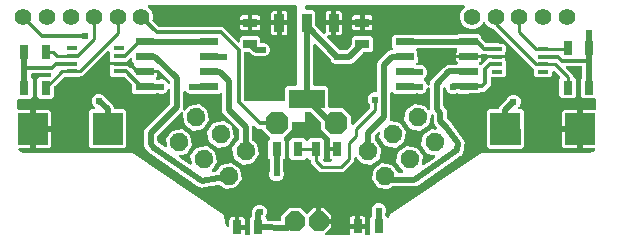
<source format=gbr>
G04 EAGLE Gerber X2 export*
G04 #@! %TF.Part,Single*
G04 #@! %TF.FileFunction,Copper,L1,Top,Mixed*
G04 #@! %TF.FilePolarity,Positive*
G04 #@! %TF.GenerationSoftware,Autodesk,EAGLE,8.6.0*
G04 #@! %TF.CreationDate,2018-03-03T07:31:48Z*
G75*
%MOMM*%
%FSLAX34Y34*%
%LPD*%
%AMOC8*
5,1,8,0,0,1.08239X$1,22.5*%
G01*
%ADD10C,1.422400*%
%ADD11R,0.800000X1.200000*%
%ADD12R,2.550000X2.700000*%
%ADD13P,1.649562X8X168.200000*%
%ADD14P,1.649562X8X57.000000*%
%ADD15R,0.950000X0.300000*%
%ADD16R,1.550000X0.600000*%
%ADD17R,1.200000X0.800000*%
%ADD18R,0.838200X1.600200*%
%ADD19R,3.098800X1.600200*%
%ADD20P,2.089446X8X22.500000*%
%ADD21P,1.814519X8X22.500000*%
%ADD22C,0.604000*%
%ADD23C,0.508000*%
%ADD24C,0.304800*%
%ADD25C,0.254000*%

G36*
X500800Y135096D02*
X500800Y135096D01*
X500919Y135103D01*
X500957Y135116D01*
X500998Y135121D01*
X501108Y135164D01*
X501221Y135201D01*
X501256Y135223D01*
X501293Y135238D01*
X501389Y135307D01*
X501490Y135371D01*
X501518Y135401D01*
X501551Y135424D01*
X501627Y135516D01*
X501708Y135603D01*
X501728Y135638D01*
X501753Y135669D01*
X501804Y135777D01*
X501862Y135881D01*
X501872Y135921D01*
X501889Y135957D01*
X501911Y136074D01*
X501941Y136189D01*
X501945Y136249D01*
X501949Y136269D01*
X501947Y136290D01*
X501951Y136350D01*
X501951Y149163D01*
X503040Y150251D01*
X503100Y150329D01*
X503168Y150401D01*
X503197Y150454D01*
X503234Y150502D01*
X503274Y150593D01*
X503322Y150680D01*
X503337Y150739D01*
X503361Y150794D01*
X503376Y150892D01*
X503401Y150988D01*
X503407Y151088D01*
X503411Y151108D01*
X503409Y151121D01*
X503411Y151149D01*
X503411Y155112D01*
X504278Y157204D01*
X504300Y157233D01*
X504391Y157351D01*
X504395Y157360D01*
X504401Y157368D01*
X504472Y157512D01*
X504855Y158438D01*
X506562Y160145D01*
X508793Y161069D01*
X511207Y161069D01*
X513438Y160145D01*
X515145Y158438D01*
X516069Y156207D01*
X516069Y153793D01*
X515106Y151470D01*
X515100Y151461D01*
X515052Y151351D01*
X514998Y151245D01*
X514989Y151206D01*
X514973Y151169D01*
X514955Y151051D01*
X514929Y150935D01*
X514930Y150895D01*
X514923Y150855D01*
X514935Y150736D01*
X514938Y150617D01*
X514949Y150578D01*
X514953Y150538D01*
X514993Y150426D01*
X515027Y150312D01*
X515047Y150277D01*
X515061Y150239D01*
X515128Y150140D01*
X515188Y150038D01*
X515228Y149993D01*
X515239Y149976D01*
X515255Y149962D01*
X515295Y149917D01*
X516049Y149163D01*
X516049Y148463D01*
X516061Y148367D01*
X516063Y148271D01*
X516081Y148210D01*
X516089Y148147D01*
X516124Y148058D01*
X516150Y147965D01*
X516182Y147911D01*
X516206Y147852D01*
X516262Y147774D01*
X516311Y147691D01*
X516355Y147646D01*
X516392Y147594D01*
X516467Y147533D01*
X516534Y147464D01*
X516589Y147432D01*
X516637Y147392D01*
X516725Y147350D01*
X516807Y147301D01*
X516868Y147283D01*
X516925Y147256D01*
X517020Y147238D01*
X517112Y147211D01*
X517219Y147200D01*
X517237Y147196D01*
X517248Y147197D01*
X517272Y147195D01*
X527254Y146835D01*
X527396Y146848D01*
X527537Y146857D01*
X527554Y146862D01*
X527571Y146864D01*
X527705Y146911D01*
X527839Y146955D01*
X527854Y146964D01*
X527871Y146970D01*
X527988Y147049D01*
X528108Y147125D01*
X528120Y147138D01*
X528135Y147147D01*
X528229Y147253D01*
X528326Y147356D01*
X528335Y147372D01*
X528346Y147385D01*
X528411Y147511D01*
X528480Y147635D01*
X528484Y147652D01*
X528492Y147668D01*
X528524Y147806D01*
X528559Y147943D01*
X528561Y147967D01*
X528563Y147978D01*
X528562Y147997D01*
X528569Y148104D01*
X528569Y151735D01*
X535265Y158431D01*
X544735Y158431D01*
X549462Y153704D01*
X549556Y153631D01*
X549645Y153552D01*
X549681Y153534D01*
X549713Y153509D01*
X549822Y153461D01*
X549928Y153407D01*
X549968Y153399D01*
X550005Y153382D01*
X550123Y153364D01*
X550239Y153338D01*
X550279Y153339D01*
X550319Y153333D01*
X550438Y153344D01*
X550556Y153347D01*
X550595Y153359D01*
X550636Y153362D01*
X550748Y153403D01*
X550862Y153436D01*
X550897Y153456D01*
X550935Y153470D01*
X551034Y153537D01*
X551136Y153597D01*
X551181Y153637D01*
X551198Y153649D01*
X551211Y153664D01*
X551257Y153704D01*
X555476Y157923D01*
X557969Y157923D01*
X557969Y147762D01*
X557984Y147644D01*
X557991Y147525D01*
X558003Y147487D01*
X558009Y147447D01*
X558052Y147336D01*
X558089Y147223D01*
X558111Y147189D01*
X558126Y147151D01*
X558195Y147055D01*
X558259Y146954D01*
X558289Y146926D01*
X558312Y146894D01*
X558404Y146818D01*
X558491Y146736D01*
X558526Y146717D01*
X558557Y146691D01*
X558665Y146640D01*
X558769Y146583D01*
X558809Y146573D01*
X558845Y146555D01*
X558962Y146533D01*
X559077Y146503D01*
X559137Y146499D01*
X559157Y146496D01*
X559178Y146497D01*
X559238Y146493D01*
X559493Y146493D01*
X559493Y146238D01*
X559508Y146120D01*
X559515Y146001D01*
X559528Y145963D01*
X559533Y145922D01*
X559577Y145812D01*
X559613Y145699D01*
X559635Y145664D01*
X559650Y145627D01*
X559720Y145530D01*
X559783Y145430D01*
X559813Y145402D01*
X559837Y145369D01*
X559928Y145293D01*
X560015Y145212D01*
X560050Y145192D01*
X560082Y145167D01*
X560189Y145116D01*
X560294Y145058D01*
X560333Y145048D01*
X560369Y145031D01*
X560486Y145009D01*
X560602Y144979D01*
X560662Y144975D01*
X560682Y144971D01*
X560702Y144973D01*
X560762Y144969D01*
X570923Y144969D01*
X570923Y142476D01*
X565695Y137247D01*
X565609Y137138D01*
X565521Y137031D01*
X565512Y137012D01*
X565500Y136996D01*
X565444Y136868D01*
X565385Y136743D01*
X565381Y136723D01*
X565373Y136704D01*
X565351Y136566D01*
X565325Y136430D01*
X565327Y136410D01*
X565323Y136390D01*
X565336Y136251D01*
X565345Y136113D01*
X565351Y136094D01*
X565353Y136074D01*
X565400Y135942D01*
X565443Y135811D01*
X565454Y135793D01*
X565461Y135774D01*
X565539Y135659D01*
X565613Y135542D01*
X565628Y135528D01*
X565639Y135511D01*
X565744Y135419D01*
X565845Y135324D01*
X565863Y135314D01*
X565878Y135301D01*
X566002Y135237D01*
X566123Y135170D01*
X566143Y135165D01*
X566161Y135156D01*
X566297Y135126D01*
X566431Y135091D01*
X566459Y135089D01*
X566471Y135086D01*
X566492Y135087D01*
X566592Y135081D01*
X585190Y135081D01*
X585308Y135096D01*
X585427Y135103D01*
X585465Y135116D01*
X585506Y135121D01*
X585616Y135164D01*
X585729Y135201D01*
X585764Y135223D01*
X585801Y135238D01*
X585897Y135307D01*
X585998Y135371D01*
X586026Y135401D01*
X586059Y135424D01*
X586135Y135516D01*
X586216Y135603D01*
X586236Y135638D01*
X586261Y135669D01*
X586312Y135777D01*
X586370Y135881D01*
X586380Y135921D01*
X586397Y135957D01*
X586419Y136074D01*
X586449Y136189D01*
X586453Y136249D01*
X586457Y136269D01*
X586455Y136290D01*
X586459Y136350D01*
X586459Y140701D01*
X592270Y140701D01*
X592388Y140716D01*
X592507Y140723D01*
X592545Y140735D01*
X592585Y140741D01*
X592696Y140784D01*
X592809Y140821D01*
X592843Y140843D01*
X592881Y140858D01*
X592977Y140927D01*
X592994Y140938D01*
X593018Y140924D01*
X593050Y140899D01*
X593157Y140848D01*
X593262Y140790D01*
X593301Y140780D01*
X593337Y140763D01*
X593454Y140741D01*
X593570Y140711D01*
X593630Y140707D01*
X593650Y140703D01*
X593670Y140705D01*
X593730Y140701D01*
X599541Y140701D01*
X599541Y136350D01*
X599556Y136232D01*
X599563Y136113D01*
X599576Y136075D01*
X599581Y136034D01*
X599624Y135924D01*
X599661Y135811D01*
X599683Y135776D01*
X599698Y135739D01*
X599767Y135643D01*
X599831Y135542D01*
X599861Y135514D01*
X599884Y135481D01*
X599976Y135405D01*
X600063Y135324D01*
X600098Y135304D01*
X600129Y135279D01*
X600237Y135228D01*
X600341Y135170D01*
X600381Y135160D01*
X600417Y135143D01*
X600534Y135121D01*
X600649Y135091D01*
X600709Y135087D01*
X600729Y135083D01*
X600750Y135085D01*
X600810Y135081D01*
X602682Y135081D01*
X602800Y135096D01*
X602919Y135103D01*
X602957Y135116D01*
X602998Y135121D01*
X603108Y135164D01*
X603221Y135201D01*
X603256Y135223D01*
X603293Y135238D01*
X603389Y135307D01*
X603490Y135371D01*
X603518Y135401D01*
X603551Y135424D01*
X603627Y135516D01*
X603708Y135603D01*
X603728Y135638D01*
X603753Y135669D01*
X603804Y135777D01*
X603862Y135881D01*
X603872Y135921D01*
X603889Y135957D01*
X603911Y136074D01*
X603941Y136189D01*
X603945Y136249D01*
X603949Y136269D01*
X603947Y136290D01*
X603951Y136350D01*
X603951Y149963D01*
X605040Y151051D01*
X605100Y151129D01*
X605168Y151201D01*
X605197Y151254D01*
X605234Y151302D01*
X605274Y151393D01*
X605322Y151480D01*
X605337Y151539D01*
X605361Y151594D01*
X605376Y151692D01*
X605401Y151788D01*
X605407Y151888D01*
X605411Y151908D01*
X605409Y151921D01*
X605411Y151949D01*
X605411Y153382D01*
X605410Y153391D01*
X605411Y153400D01*
X605390Y153549D01*
X605371Y153697D01*
X605368Y153706D01*
X605367Y153715D01*
X605315Y153867D01*
X604931Y154793D01*
X604931Y157207D01*
X605855Y159438D01*
X607562Y161145D01*
X609793Y162069D01*
X612207Y162069D01*
X614438Y161145D01*
X616145Y159438D01*
X617069Y157207D01*
X617069Y154793D01*
X616685Y153867D01*
X616683Y153858D01*
X616678Y153850D01*
X616641Y153705D01*
X616601Y153561D01*
X616601Y153551D01*
X616599Y153542D01*
X616589Y153382D01*
X616589Y151949D01*
X616601Y151850D01*
X616604Y151751D01*
X616621Y151693D01*
X616629Y151633D01*
X616665Y151541D01*
X616693Y151446D01*
X616723Y151394D01*
X616746Y151337D01*
X616804Y151257D01*
X616854Y151172D01*
X616920Y151097D01*
X616932Y151080D01*
X616942Y151072D01*
X616960Y151051D01*
X617827Y150184D01*
X617940Y150097D01*
X618051Y150006D01*
X618066Y149999D01*
X618079Y149989D01*
X618210Y149932D01*
X618340Y149872D01*
X618356Y149869D01*
X618371Y149863D01*
X618512Y149840D01*
X618652Y149814D01*
X618669Y149815D01*
X618685Y149813D01*
X618827Y149826D01*
X618970Y149836D01*
X618985Y149841D01*
X619001Y149843D01*
X619136Y149891D01*
X619272Y149936D01*
X619285Y149945D01*
X619301Y149950D01*
X619419Y150031D01*
X619539Y150108D01*
X619550Y150120D01*
X619564Y150129D01*
X619658Y150236D01*
X619756Y150341D01*
X619763Y150355D01*
X619774Y150367D01*
X619839Y150494D01*
X619907Y150620D01*
X619914Y150642D01*
X619919Y150651D01*
X619923Y150669D01*
X619956Y150774D01*
X620034Y151086D01*
X620036Y151103D01*
X620048Y151145D01*
X620225Y152032D01*
X620290Y152152D01*
X620299Y152180D01*
X620305Y152192D01*
X620307Y152200D01*
X620828Y152904D01*
X620836Y152918D01*
X620863Y152953D01*
X621366Y153705D01*
X621473Y153791D01*
X621492Y153813D01*
X621501Y153822D01*
X621506Y153829D01*
X622257Y154279D01*
X622270Y154289D01*
X622308Y154311D01*
X696659Y203879D01*
X696692Y203908D01*
X696731Y203931D01*
X696852Y204037D01*
X697122Y204307D01*
X697481Y204456D01*
X697519Y204478D01*
X697560Y204492D01*
X697699Y204573D01*
X698023Y204788D01*
X698397Y204862D01*
X698440Y204876D01*
X698484Y204883D01*
X698637Y204935D01*
X698989Y205081D01*
X699378Y205081D01*
X699421Y205086D01*
X699465Y205084D01*
X699624Y205105D01*
X700005Y205180D01*
X700380Y205105D01*
X700425Y205102D01*
X700468Y205091D01*
X700629Y205081D01*
X790000Y205081D01*
X790020Y205083D01*
X790124Y205087D01*
X790836Y205157D01*
X790940Y205181D01*
X791045Y205195D01*
X791125Y205223D01*
X791147Y205228D01*
X791161Y205235D01*
X791198Y205247D01*
X792514Y205793D01*
X792522Y205797D01*
X792531Y205800D01*
X792660Y205876D01*
X792790Y205950D01*
X792796Y205956D01*
X792804Y205961D01*
X792925Y206068D01*
X793825Y206968D01*
X793911Y207078D01*
X794000Y207186D01*
X794008Y207204D01*
X794020Y207219D01*
X794076Y207348D01*
X794135Y207474D01*
X794139Y207493D01*
X794147Y207511D01*
X794169Y207649D01*
X794195Y207787D01*
X794193Y207806D01*
X794196Y207825D01*
X794183Y207965D01*
X794174Y208104D01*
X794168Y208122D01*
X794167Y208141D01*
X794119Y208273D01*
X794076Y208407D01*
X794065Y208423D01*
X794059Y208441D01*
X793981Y208556D01*
X793905Y208675D01*
X793891Y208688D01*
X793880Y208704D01*
X793776Y208796D01*
X793673Y208892D01*
X793656Y208902D01*
X793642Y208914D01*
X793518Y208978D01*
X793394Y209045D01*
X793376Y209050D01*
X793359Y209059D01*
X793222Y209090D01*
X793086Y209124D01*
X793060Y209126D01*
X793048Y209129D01*
X793028Y209128D01*
X792926Y209134D01*
X784167Y209119D01*
X784141Y223890D01*
X784126Y224008D01*
X784119Y224126D01*
X784106Y224165D01*
X784101Y224205D01*
X784057Y224316D01*
X784020Y224429D01*
X783998Y224463D01*
X783983Y224501D01*
X783913Y224597D01*
X783849Y224697D01*
X783820Y224725D01*
X783796Y224758D01*
X783704Y224833D01*
X783617Y224915D01*
X783582Y224934D01*
X783551Y224960D01*
X783443Y225011D01*
X783339Y225068D01*
X783299Y225078D01*
X783263Y225095D01*
X783146Y225117D01*
X783031Y225147D01*
X782970Y225150D01*
X782950Y225154D01*
X782930Y225153D01*
X782870Y225157D01*
X781599Y225154D01*
X781599Y225156D01*
X782870Y225158D01*
X782988Y225173D01*
X783107Y225181D01*
X783145Y225194D01*
X783185Y225199D01*
X783296Y225243D01*
X783409Y225280D01*
X783443Y225301D01*
X783481Y225316D01*
X783577Y225386D01*
X783677Y225450D01*
X783705Y225480D01*
X783738Y225504D01*
X783814Y225596D01*
X783895Y225682D01*
X783914Y225718D01*
X783940Y225749D01*
X783991Y225857D01*
X784048Y225961D01*
X784058Y226000D01*
X784075Y226037D01*
X784097Y226154D01*
X784127Y226269D01*
X784131Y226329D01*
X784134Y226349D01*
X784133Y226370D01*
X784134Y226386D01*
X784134Y226387D01*
X784137Y226430D01*
X784111Y241200D01*
X793652Y241217D01*
X793769Y241232D01*
X793887Y241239D01*
X793926Y241252D01*
X793968Y241257D01*
X794077Y241301D01*
X794189Y241337D01*
X794225Y241360D01*
X794263Y241375D01*
X794358Y241444D01*
X794458Y241508D01*
X794487Y241538D01*
X794520Y241562D01*
X794595Y241653D01*
X794676Y241739D01*
X794696Y241776D01*
X794723Y241808D01*
X794773Y241914D01*
X794830Y242018D01*
X794840Y242058D01*
X794858Y242096D01*
X794880Y242211D01*
X794909Y242326D01*
X794913Y242388D01*
X794917Y242408D01*
X794916Y242428D01*
X794919Y242486D01*
X794919Y249682D01*
X794904Y249800D01*
X794897Y249919D01*
X794884Y249957D01*
X794879Y249998D01*
X794836Y250108D01*
X794799Y250221D01*
X794777Y250256D01*
X794762Y250293D01*
X794693Y250389D01*
X794629Y250490D01*
X794599Y250518D01*
X794576Y250551D01*
X794484Y250627D01*
X794397Y250708D01*
X794362Y250728D01*
X794331Y250753D01*
X794223Y250804D01*
X794119Y250862D01*
X794079Y250872D01*
X794043Y250889D01*
X793926Y250911D01*
X793811Y250941D01*
X793751Y250945D01*
X793731Y250949D01*
X793710Y250947D01*
X793650Y250951D01*
X783737Y250951D01*
X781951Y252737D01*
X781951Y267263D01*
X783040Y268351D01*
X783100Y268429D01*
X783168Y268501D01*
X783197Y268554D01*
X783234Y268602D01*
X783274Y268693D01*
X783322Y268780D01*
X783337Y268839D01*
X783361Y268894D01*
X783376Y268992D01*
X783401Y269088D01*
X783407Y269188D01*
X783411Y269208D01*
X783409Y269221D01*
X783411Y269249D01*
X783411Y277158D01*
X783396Y277276D01*
X783389Y277395D01*
X783376Y277433D01*
X783371Y277474D01*
X783328Y277584D01*
X783291Y277697D01*
X783269Y277732D01*
X783254Y277769D01*
X783185Y277865D01*
X783121Y277966D01*
X783091Y277994D01*
X783068Y278027D01*
X782976Y278103D01*
X782889Y278184D01*
X782854Y278204D01*
X782823Y278229D01*
X782715Y278280D01*
X782611Y278338D01*
X782571Y278348D01*
X782535Y278365D01*
X782418Y278387D01*
X782303Y278417D01*
X782243Y278421D01*
X782223Y278425D01*
X782202Y278423D01*
X782142Y278427D01*
X770745Y278427D01*
X770607Y278410D01*
X770468Y278397D01*
X770449Y278390D01*
X770429Y278387D01*
X770300Y278336D01*
X770169Y278289D01*
X770152Y278278D01*
X770133Y278270D01*
X770021Y278189D01*
X769906Y278111D01*
X769892Y278095D01*
X769876Y278084D01*
X769787Y277976D01*
X769695Y277872D01*
X769686Y277854D01*
X769673Y277839D01*
X769614Y277713D01*
X769551Y277589D01*
X769546Y277569D01*
X769538Y277551D01*
X769512Y277415D01*
X769481Y277279D01*
X769482Y277258D01*
X769478Y277239D01*
X769487Y277100D01*
X769491Y276961D01*
X769496Y276941D01*
X769498Y276921D01*
X769540Y276789D01*
X769579Y276655D01*
X769589Y276638D01*
X769596Y276619D01*
X769670Y276501D01*
X769741Y276381D01*
X769759Y276360D01*
X769766Y276350D01*
X769781Y276336D01*
X769847Y276261D01*
X775319Y270789D01*
X775319Y270318D01*
X775334Y270200D01*
X775341Y270081D01*
X775354Y270043D01*
X775359Y270002D01*
X775402Y269892D01*
X775439Y269779D01*
X775461Y269744D01*
X775476Y269707D01*
X775545Y269611D01*
X775609Y269510D01*
X775639Y269482D01*
X775662Y269449D01*
X775754Y269373D01*
X775841Y269292D01*
X775876Y269272D01*
X775907Y269247D01*
X776015Y269196D01*
X776119Y269138D01*
X776159Y269128D01*
X776195Y269111D01*
X776202Y269110D01*
X778049Y267263D01*
X778049Y252737D01*
X776263Y250951D01*
X765737Y250951D01*
X763951Y252737D01*
X763951Y267263D01*
X764393Y267704D01*
X764466Y267798D01*
X764545Y267888D01*
X764563Y267924D01*
X764588Y267956D01*
X764635Y268065D01*
X764689Y268171D01*
X764698Y268210D01*
X764714Y268248D01*
X764733Y268365D01*
X764759Y268481D01*
X764758Y268522D01*
X764764Y268562D01*
X764753Y268680D01*
X764749Y268799D01*
X764738Y268838D01*
X764734Y268878D01*
X764694Y268990D01*
X764661Y269105D01*
X764640Y269140D01*
X764627Y269178D01*
X764560Y269276D01*
X764499Y269379D01*
X764459Y269424D01*
X764448Y269441D01*
X764433Y269454D01*
X764393Y269499D01*
X760115Y273777D01*
X760006Y273862D01*
X759899Y273951D01*
X759880Y273959D01*
X759864Y273972D01*
X759736Y274027D01*
X759611Y274086D01*
X759591Y274090D01*
X759572Y274098D01*
X759434Y274120D01*
X759298Y274146D01*
X759278Y274145D01*
X759258Y274148D01*
X759119Y274135D01*
X758981Y274126D01*
X758962Y274120D01*
X758942Y274118D01*
X758810Y274071D01*
X758679Y274028D01*
X758661Y274018D01*
X758642Y274011D01*
X758527Y273933D01*
X758410Y273858D01*
X758396Y273843D01*
X758379Y273832D01*
X758287Y273728D01*
X758192Y273627D01*
X758182Y273609D01*
X758169Y273594D01*
X758105Y273470D01*
X758038Y273348D01*
X758033Y273328D01*
X758024Y273310D01*
X757994Y273175D01*
X757959Y273040D01*
X757957Y273012D01*
X757954Y273000D01*
X757955Y272980D01*
X757949Y272879D01*
X757949Y270587D01*
X756163Y268801D01*
X744137Y268801D01*
X742351Y270587D01*
X742351Y275015D01*
X742339Y275114D01*
X742336Y275213D01*
X742319Y275271D01*
X742311Y275331D01*
X742275Y275423D01*
X742247Y275518D01*
X742217Y275570D01*
X742194Y275627D01*
X742136Y275707D01*
X742086Y275792D01*
X742020Y275867D01*
X742008Y275884D01*
X741998Y275892D01*
X741980Y275913D01*
X708284Y309608D01*
X708277Y309614D01*
X708271Y309621D01*
X708151Y309711D01*
X708033Y309803D01*
X708024Y309807D01*
X708017Y309813D01*
X707872Y309883D01*
X704244Y311386D01*
X701386Y314244D01*
X701173Y314760D01*
X701104Y314881D01*
X701039Y315004D01*
X701025Y315018D01*
X701015Y315036D01*
X700918Y315136D01*
X700825Y315239D01*
X700808Y315250D01*
X700794Y315265D01*
X700675Y315337D01*
X700559Y315414D01*
X700540Y315420D01*
X700523Y315431D01*
X700390Y315472D01*
X700258Y315517D01*
X700238Y315518D01*
X700219Y315524D01*
X700080Y315531D01*
X699941Y315542D01*
X699921Y315539D01*
X699901Y315540D01*
X699765Y315511D01*
X699628Y315488D01*
X699609Y315479D01*
X699590Y315475D01*
X699465Y315414D01*
X699338Y315357D01*
X699322Y315344D01*
X699304Y315336D01*
X699198Y315245D01*
X699090Y315158D01*
X699077Y315142D01*
X699062Y315129D01*
X698982Y315015D01*
X698898Y314904D01*
X698886Y314879D01*
X698879Y314869D01*
X698872Y314850D01*
X698827Y314760D01*
X698614Y314244D01*
X695756Y311386D01*
X692021Y309839D01*
X687979Y309839D01*
X684244Y311386D01*
X681386Y314244D01*
X679839Y317979D01*
X679839Y322021D01*
X681386Y325756D01*
X683383Y327753D01*
X683468Y327862D01*
X683557Y327969D01*
X683566Y327988D01*
X683578Y328004D01*
X683633Y328132D01*
X683692Y328257D01*
X683696Y328277D01*
X683704Y328296D01*
X683726Y328434D01*
X683752Y328570D01*
X683751Y328590D01*
X683754Y328610D01*
X683741Y328749D01*
X683733Y328887D01*
X683726Y328906D01*
X683724Y328926D01*
X683677Y329058D01*
X683634Y329189D01*
X683624Y329207D01*
X683617Y329226D01*
X683539Y329341D01*
X683464Y329458D01*
X683450Y329472D01*
X683438Y329489D01*
X683334Y329581D01*
X683233Y329676D01*
X683215Y329686D01*
X683200Y329699D01*
X683076Y329763D01*
X682954Y329830D01*
X682935Y329835D01*
X682917Y329844D01*
X682781Y329874D01*
X682646Y329909D01*
X682618Y329911D01*
X682606Y329914D01*
X682586Y329913D01*
X682486Y329919D01*
X550000Y329919D01*
X549882Y329904D01*
X549763Y329897D01*
X549725Y329884D01*
X549684Y329879D01*
X549574Y329836D01*
X549461Y329799D01*
X549426Y329777D01*
X549389Y329762D01*
X549293Y329693D01*
X549192Y329629D01*
X549164Y329599D01*
X549131Y329576D01*
X549056Y329484D01*
X548974Y329397D01*
X548954Y329362D01*
X548929Y329331D01*
X548878Y329223D01*
X548820Y329119D01*
X548810Y329079D01*
X548793Y329043D01*
X548771Y328926D01*
X548741Y328811D01*
X548737Y328751D01*
X548733Y328731D01*
X548735Y328710D01*
X548731Y328650D01*
X548731Y327123D01*
X548746Y327005D01*
X548753Y326886D01*
X548766Y326848D01*
X548771Y326807D01*
X548814Y326697D01*
X548851Y326584D01*
X548873Y326549D01*
X548888Y326512D01*
X548958Y326416D01*
X549021Y326315D01*
X549051Y326287D01*
X549074Y326254D01*
X549166Y326178D01*
X549253Y326097D01*
X549288Y326077D01*
X549319Y326052D01*
X549427Y326001D01*
X549531Y325943D01*
X549571Y325933D01*
X549607Y325916D01*
X549724Y325894D01*
X549839Y325864D01*
X549900Y325860D01*
X549920Y325856D01*
X549940Y325858D01*
X550000Y325854D01*
X555254Y325854D01*
X557040Y324068D01*
X557040Y313390D01*
X557052Y313291D01*
X557055Y313192D01*
X557072Y313134D01*
X557080Y313074D01*
X557116Y312982D01*
X557144Y312887D01*
X557174Y312835D01*
X557197Y312778D01*
X557255Y312698D01*
X557305Y312613D01*
X557371Y312538D01*
X557383Y312521D01*
X557393Y312513D01*
X557411Y312492D01*
X563902Y306002D01*
X564011Y305917D01*
X564118Y305828D01*
X564137Y305820D01*
X564153Y305807D01*
X564281Y305752D01*
X564406Y305693D01*
X564426Y305689D01*
X564445Y305681D01*
X564583Y305659D01*
X564719Y305633D01*
X564739Y305634D01*
X564759Y305631D01*
X564898Y305644D01*
X565036Y305653D01*
X565055Y305659D01*
X565075Y305661D01*
X565207Y305708D01*
X565338Y305751D01*
X565356Y305762D01*
X565375Y305768D01*
X565490Y305846D01*
X565607Y305921D01*
X565621Y305936D01*
X565638Y305947D01*
X565730Y306051D01*
X565825Y306152D01*
X565835Y306170D01*
X565848Y306185D01*
X565912Y306310D01*
X565979Y306431D01*
X565984Y306451D01*
X565993Y306469D01*
X566023Y306604D01*
X566058Y306739D01*
X566060Y306767D01*
X566063Y306779D01*
X566062Y306799D01*
X566068Y306900D01*
X566068Y312709D01*
X570705Y312709D01*
X570705Y304262D01*
X568706Y304262D01*
X568568Y304245D01*
X568429Y304232D01*
X568410Y304225D01*
X568390Y304222D01*
X568261Y304171D01*
X568130Y304124D01*
X568113Y304113D01*
X568094Y304105D01*
X567982Y304024D01*
X567867Y303946D01*
X567853Y303930D01*
X567837Y303919D01*
X567748Y303811D01*
X567656Y303707D01*
X567647Y303689D01*
X567634Y303674D01*
X567575Y303548D01*
X567512Y303424D01*
X567507Y303404D01*
X567499Y303386D01*
X567473Y303250D01*
X567442Y303114D01*
X567443Y303093D01*
X567439Y303074D01*
X567448Y302935D01*
X567452Y302796D01*
X567457Y302776D01*
X567459Y302756D01*
X567501Y302624D01*
X567540Y302490D01*
X567550Y302473D01*
X567557Y302454D01*
X567631Y302336D01*
X567702Y302216D01*
X567720Y302195D01*
X567727Y302185D01*
X567742Y302171D01*
X567808Y302096D01*
X577943Y291960D01*
X578021Y291900D01*
X578094Y291832D01*
X578147Y291803D01*
X578194Y291766D01*
X578285Y291726D01*
X578372Y291678D01*
X578431Y291663D01*
X578486Y291639D01*
X578584Y291624D01*
X578680Y291599D01*
X578780Y291593D01*
X578800Y291589D01*
X578813Y291591D01*
X578841Y291589D01*
X583159Y291589D01*
X583258Y291601D01*
X583357Y291604D01*
X583415Y291621D01*
X583475Y291629D01*
X583567Y291665D01*
X583662Y291693D01*
X583714Y291723D01*
X583771Y291746D01*
X583851Y291804D01*
X583936Y291854D01*
X584011Y291920D01*
X584028Y291932D01*
X584036Y291942D01*
X584057Y291960D01*
X587580Y295483D01*
X587640Y295561D01*
X587708Y295634D01*
X587737Y295687D01*
X587774Y295734D01*
X587814Y295825D01*
X587862Y295912D01*
X587877Y295971D01*
X587901Y296026D01*
X587916Y296124D01*
X587941Y296220D01*
X587947Y296320D01*
X587951Y296340D01*
X587949Y296353D01*
X587951Y296381D01*
X587951Y302263D01*
X589737Y304049D01*
X604263Y304049D01*
X606049Y302263D01*
X606049Y291737D01*
X604263Y289951D01*
X598381Y289951D01*
X598282Y289939D01*
X598183Y289936D01*
X598125Y289919D01*
X598065Y289911D01*
X597973Y289875D01*
X597878Y289847D01*
X597826Y289817D01*
X597769Y289794D01*
X597689Y289736D01*
X597604Y289686D01*
X597529Y289620D01*
X597512Y289608D01*
X597504Y289598D01*
X597483Y289580D01*
X589166Y281262D01*
X587112Y280411D01*
X578618Y280411D01*
X578609Y280410D01*
X578600Y280411D01*
X578451Y280390D01*
X578303Y280371D01*
X578294Y280368D01*
X578285Y280367D01*
X578133Y280315D01*
X577207Y279931D01*
X574793Y279931D01*
X572562Y280855D01*
X570855Y282562D01*
X570472Y283488D01*
X570467Y283496D01*
X570465Y283505D01*
X570389Y283634D01*
X570314Y283764D01*
X570308Y283771D01*
X570303Y283779D01*
X570197Y283900D01*
X557555Y296541D01*
X557446Y296626D01*
X557339Y296715D01*
X557320Y296723D01*
X557304Y296736D01*
X557176Y296791D01*
X557051Y296850D01*
X557031Y296854D01*
X557012Y296862D01*
X556874Y296884D01*
X556738Y296910D01*
X556718Y296909D01*
X556698Y296912D01*
X556559Y296899D01*
X556421Y296890D01*
X556402Y296884D01*
X556382Y296882D01*
X556250Y296835D01*
X556119Y296792D01*
X556101Y296781D01*
X556082Y296775D01*
X555967Y296697D01*
X555850Y296622D01*
X555836Y296607D01*
X555819Y296596D01*
X555727Y296492D01*
X555632Y296391D01*
X555622Y296373D01*
X555609Y296358D01*
X555545Y296234D01*
X555478Y296112D01*
X555473Y296092D01*
X555464Y296074D01*
X555434Y295939D01*
X555399Y295804D01*
X555397Y295776D01*
X555394Y295764D01*
X555395Y295744D01*
X555389Y295643D01*
X555389Y263115D01*
X555404Y262997D01*
X555411Y262878D01*
X555424Y262840D01*
X555429Y262799D01*
X555472Y262689D01*
X555509Y262576D01*
X555531Y262541D01*
X555546Y262504D01*
X555615Y262408D01*
X555679Y262307D01*
X555709Y262279D01*
X555732Y262246D01*
X555824Y262170D01*
X555911Y262089D01*
X555946Y262069D01*
X555977Y262044D01*
X556085Y261993D01*
X556189Y261935D01*
X556229Y261925D01*
X556265Y261908D01*
X556382Y261886D01*
X556497Y261856D01*
X556557Y261852D01*
X556577Y261848D01*
X556598Y261850D01*
X556658Y261846D01*
X566557Y261846D01*
X568343Y260060D01*
X568343Y243970D01*
X568358Y243852D01*
X568365Y243733D01*
X568378Y243695D01*
X568383Y243654D01*
X568426Y243544D01*
X568463Y243431D01*
X568485Y243396D01*
X568500Y243359D01*
X568569Y243263D01*
X568633Y243162D01*
X568663Y243134D01*
X568686Y243101D01*
X568778Y243025D01*
X568865Y242944D01*
X568900Y242924D01*
X568931Y242899D01*
X569039Y242848D01*
X569143Y242790D01*
X569183Y242780D01*
X569219Y242763D01*
X569336Y242741D01*
X569451Y242711D01*
X569511Y242707D01*
X569531Y242703D01*
X569552Y242705D01*
X569612Y242701D01*
X580261Y242701D01*
X587701Y235261D01*
X587701Y229873D01*
X587718Y229735D01*
X587731Y229596D01*
X587738Y229577D01*
X587741Y229557D01*
X587792Y229427D01*
X587839Y229297D01*
X587850Y229280D01*
X587858Y229261D01*
X587939Y229149D01*
X588017Y229034D01*
X588033Y229020D01*
X588044Y229004D01*
X588152Y228915D01*
X588256Y228823D01*
X588274Y228814D01*
X588289Y228801D01*
X588415Y228742D01*
X588539Y228679D01*
X588559Y228674D01*
X588577Y228666D01*
X588714Y228640D01*
X588849Y228609D01*
X588870Y228610D01*
X588889Y228606D01*
X589028Y228615D01*
X589167Y228619D01*
X589187Y228624D01*
X589207Y228626D01*
X589339Y228668D01*
X589473Y228707D01*
X589490Y228717D01*
X589509Y228724D01*
X589627Y228798D01*
X589747Y228869D01*
X589768Y228887D01*
X589778Y228894D01*
X589792Y228909D01*
X589867Y228975D01*
X590582Y229690D01*
X590583Y229690D01*
X603310Y242417D01*
X603370Y242495D01*
X603438Y242567D01*
X603467Y242620D01*
X603504Y242668D01*
X603544Y242759D01*
X603592Y242846D01*
X603607Y242905D01*
X603631Y242960D01*
X603646Y243058D01*
X603671Y243154D01*
X603677Y243254D01*
X603681Y243274D01*
X603679Y243287D01*
X603681Y243315D01*
X603681Y245126D01*
X603669Y245225D01*
X603666Y245324D01*
X603649Y245382D01*
X603641Y245442D01*
X603605Y245534D01*
X603577Y245629D01*
X603547Y245681D01*
X603524Y245738D01*
X603466Y245818D01*
X603416Y245903D01*
X603350Y245979D01*
X603338Y245995D01*
X603328Y246003D01*
X603310Y246024D01*
X602771Y246562D01*
X601847Y248793D01*
X601847Y251207D01*
X602771Y253438D01*
X604478Y255145D01*
X606709Y256069D01*
X608142Y256069D01*
X608260Y256084D01*
X608379Y256091D01*
X608417Y256104D01*
X608458Y256109D01*
X608568Y256152D01*
X608681Y256189D01*
X608716Y256211D01*
X608753Y256226D01*
X608849Y256295D01*
X608950Y256359D01*
X608978Y256389D01*
X609011Y256412D01*
X609087Y256504D01*
X609168Y256591D01*
X609188Y256626D01*
X609213Y256657D01*
X609264Y256765D01*
X609322Y256869D01*
X609332Y256909D01*
X609349Y256945D01*
X609371Y257062D01*
X609401Y257177D01*
X609405Y257237D01*
X609409Y257257D01*
X609407Y257278D01*
X609411Y257338D01*
X609411Y280112D01*
X610262Y282166D01*
X619043Y290946D01*
X621097Y291797D01*
X621858Y291797D01*
X621999Y291815D01*
X622141Y291829D01*
X622157Y291835D01*
X622174Y291837D01*
X622306Y291889D01*
X622440Y291938D01*
X622454Y291948D01*
X622470Y291954D01*
X622585Y292038D01*
X622702Y292118D01*
X622713Y292131D01*
X622727Y292141D01*
X622818Y292251D01*
X622911Y292358D01*
X622919Y292373D01*
X622930Y292386D01*
X622990Y292515D01*
X623055Y292642D01*
X623058Y292658D01*
X623065Y292674D01*
X623092Y292813D01*
X623123Y292952D01*
X623122Y292969D01*
X623125Y292986D01*
X623116Y293128D01*
X623111Y293270D01*
X623106Y293287D01*
X623105Y293303D01*
X623062Y293439D01*
X623021Y293575D01*
X623013Y293590D01*
X623007Y293606D01*
X622931Y293726D01*
X622858Y293848D01*
X622843Y293866D01*
X622837Y293875D01*
X622823Y293888D01*
X622751Y293969D01*
X622124Y294589D01*
X622080Y303115D01*
X623856Y304910D01*
X641882Y305004D01*
X642023Y304864D01*
X642099Y304806D01*
X642169Y304740D01*
X642225Y304709D01*
X642275Y304671D01*
X642363Y304633D01*
X642447Y304587D01*
X642509Y304571D01*
X642568Y304546D01*
X642662Y304531D01*
X642755Y304507D01*
X642863Y304500D01*
X642882Y304498D01*
X642893Y304499D01*
X642916Y304497D01*
X676638Y304497D01*
X676739Y304510D01*
X676841Y304514D01*
X676896Y304530D01*
X676953Y304537D01*
X677048Y304575D01*
X677146Y304604D01*
X677196Y304633D01*
X677249Y304654D01*
X677332Y304714D01*
X677420Y304767D01*
X677489Y304828D01*
X677506Y304841D01*
X677515Y304852D01*
X677540Y304874D01*
X677856Y305193D01*
X695881Y305287D01*
X697676Y303510D01*
X697682Y302304D01*
X697695Y302209D01*
X697698Y302113D01*
X697716Y302052D01*
X697724Y301988D01*
X697760Y301899D01*
X697786Y301807D01*
X697819Y301752D01*
X697842Y301693D01*
X697899Y301616D01*
X697948Y301533D01*
X698019Y301452D01*
X698031Y301437D01*
X698039Y301430D01*
X698054Y301413D01*
X701672Y297794D01*
X701751Y297734D01*
X701823Y297666D01*
X701876Y297637D01*
X701924Y297600D01*
X702015Y297560D01*
X702101Y297512D01*
X702160Y297497D01*
X702215Y297473D01*
X702313Y297458D01*
X702409Y297433D01*
X702509Y297427D01*
X702530Y297423D01*
X702542Y297425D01*
X702570Y297423D01*
X712880Y297423D01*
X712933Y297409D01*
X713033Y297403D01*
X713054Y297399D01*
X713066Y297401D01*
X713094Y297399D01*
X716663Y297399D01*
X718449Y295613D01*
X718449Y290087D01*
X718164Y289803D01*
X718099Y289719D01*
X718028Y289641D01*
X718002Y289594D01*
X717969Y289551D01*
X717927Y289454D01*
X717877Y289361D01*
X717864Y289309D01*
X717843Y289260D01*
X717826Y289155D01*
X717801Y289052D01*
X717801Y288999D01*
X717793Y288945D01*
X717803Y288840D01*
X717804Y288734D01*
X717821Y288651D01*
X717823Y288629D01*
X717828Y288614D01*
X717836Y288577D01*
X717941Y288185D01*
X717941Y287619D01*
X710650Y287619D01*
X703202Y287619D01*
X703133Y287715D01*
X703069Y287816D01*
X703039Y287844D01*
X703016Y287877D01*
X702924Y287953D01*
X702837Y288034D01*
X702802Y288054D01*
X702771Y288079D01*
X702663Y288130D01*
X702559Y288188D01*
X702519Y288198D01*
X702483Y288215D01*
X702366Y288237D01*
X702251Y288267D01*
X702191Y288271D01*
X702171Y288275D01*
X702150Y288273D01*
X702090Y288277D01*
X698524Y288277D01*
X698402Y288262D01*
X698280Y288254D01*
X698245Y288242D01*
X698208Y288237D01*
X698095Y288192D01*
X697978Y288154D01*
X697947Y288134D01*
X697913Y288120D01*
X697814Y288049D01*
X697812Y288047D01*
X687189Y287992D01*
X687071Y287976D01*
X686952Y287968D01*
X686945Y287966D01*
X686889Y287980D01*
X686829Y287983D01*
X686809Y287987D01*
X686789Y287986D01*
X686728Y287989D01*
X676668Y287937D01*
X676658Y289772D01*
X676828Y290419D01*
X677160Y291000D01*
X677315Y291158D01*
X677398Y291265D01*
X677485Y291370D01*
X677495Y291391D01*
X677509Y291410D01*
X677562Y291535D01*
X677620Y291658D01*
X677625Y291681D01*
X677634Y291702D01*
X677655Y291837D01*
X677680Y291970D01*
X677679Y291993D01*
X677682Y292017D01*
X677669Y292152D01*
X677660Y292287D01*
X677653Y292310D01*
X677651Y292333D01*
X677604Y292461D01*
X677562Y292590D01*
X677550Y292610D01*
X677542Y292632D01*
X677465Y292744D01*
X677392Y292858D01*
X677375Y292875D01*
X677362Y292894D01*
X677259Y292983D01*
X677160Y293076D01*
X677140Y293088D01*
X677122Y293103D01*
X677001Y293164D01*
X676882Y293230D01*
X676859Y293236D01*
X676838Y293246D01*
X676705Y293276D01*
X676574Y293309D01*
X676541Y293311D01*
X676527Y293314D01*
X676506Y293314D01*
X676413Y293320D01*
X644009Y293320D01*
X643868Y293302D01*
X643726Y293288D01*
X643710Y293282D01*
X643694Y293280D01*
X643562Y293228D01*
X643428Y293179D01*
X643414Y293169D01*
X643398Y293163D01*
X643283Y293079D01*
X643165Y292999D01*
X643154Y292986D01*
X643141Y292976D01*
X643050Y292866D01*
X642956Y292759D01*
X642949Y292744D01*
X642938Y292731D01*
X642877Y292602D01*
X642813Y292475D01*
X642810Y292458D01*
X642802Y292443D01*
X642776Y292304D01*
X642745Y292164D01*
X642746Y292147D01*
X642743Y292131D01*
X642751Y291989D01*
X642756Y291847D01*
X642761Y291830D01*
X642762Y291813D01*
X642806Y291678D01*
X642846Y291542D01*
X642855Y291527D01*
X642860Y291511D01*
X642937Y291390D01*
X643009Y291268D01*
X643025Y291251D01*
X643030Y291242D01*
X643044Y291229D01*
X643116Y291148D01*
X643743Y290528D01*
X643788Y282002D01*
X643053Y281259D01*
X642970Y281152D01*
X642884Y281047D01*
X642874Y281026D01*
X642859Y281007D01*
X642806Y280882D01*
X642748Y280760D01*
X642744Y280736D01*
X642734Y280715D01*
X642714Y280580D01*
X642688Y280447D01*
X642690Y280424D01*
X642686Y280400D01*
X642700Y280265D01*
X642708Y280130D01*
X642715Y280107D01*
X642718Y280084D01*
X642764Y279956D01*
X642806Y279827D01*
X642819Y279807D01*
X642827Y279785D01*
X642904Y279673D01*
X642976Y279559D01*
X642994Y279542D01*
X643007Y279523D01*
X643109Y279434D01*
X643208Y279341D01*
X643229Y279329D01*
X643246Y279314D01*
X643368Y279252D01*
X643486Y279187D01*
X643509Y279181D01*
X643530Y279171D01*
X643663Y279141D01*
X643794Y279108D01*
X643827Y279106D01*
X643841Y279103D01*
X643862Y279103D01*
X643955Y279097D01*
X646687Y279097D01*
X646746Y279081D01*
X646755Y279081D01*
X646764Y279079D01*
X646925Y279069D01*
X647207Y279069D01*
X649438Y278145D01*
X651145Y276438D01*
X652069Y274207D01*
X652069Y271793D01*
X651145Y269562D01*
X649480Y267898D01*
X649407Y267803D01*
X649328Y267714D01*
X649310Y267678D01*
X649285Y267646D01*
X649238Y267537D01*
X649184Y267431D01*
X649175Y267392D01*
X649159Y267354D01*
X649140Y267237D01*
X649114Y267121D01*
X649115Y267080D01*
X649109Y267040D01*
X649120Y266922D01*
X649124Y266803D01*
X649135Y266764D01*
X649139Y266724D01*
X649179Y266611D01*
X649212Y266497D01*
X649233Y266463D01*
X649246Y266424D01*
X649313Y266326D01*
X649374Y266223D01*
X649413Y266178D01*
X649425Y266161D01*
X649440Y266148D01*
X649480Y266103D01*
X651145Y264438D01*
X651969Y262447D01*
X652004Y262386D01*
X652030Y262321D01*
X652082Y262249D01*
X652127Y262171D01*
X652175Y262121D01*
X652216Y262064D01*
X652286Y262007D01*
X652348Y261942D01*
X652408Y261906D01*
X652461Y261861D01*
X652543Y261823D01*
X652619Y261776D01*
X652686Y261756D01*
X652749Y261726D01*
X652837Y261709D01*
X652923Y261682D01*
X652993Y261679D01*
X653062Y261666D01*
X653151Y261672D01*
X653241Y261667D01*
X653309Y261681D01*
X653379Y261686D01*
X653464Y261713D01*
X653552Y261732D01*
X653615Y261762D01*
X653681Y261784D01*
X653757Y261832D01*
X653838Y261871D01*
X653891Y261917D01*
X653950Y261954D01*
X654012Y262019D01*
X654080Y262078D01*
X654120Y262135D01*
X654168Y262186D01*
X654211Y262264D01*
X654263Y262338D01*
X654288Y262403D01*
X654322Y262464D01*
X654344Y262551D01*
X654376Y262635D01*
X654384Y262705D01*
X654401Y262772D01*
X654411Y262933D01*
X654411Y264112D01*
X655262Y266166D01*
X657013Y267916D01*
X665875Y276779D01*
X667626Y278529D01*
X669680Y279380D01*
X676646Y279380D01*
X676788Y279398D01*
X676929Y279412D01*
X676945Y279418D01*
X676962Y279420D01*
X677095Y279473D01*
X677228Y279521D01*
X677242Y279531D01*
X677258Y279537D01*
X677373Y279621D01*
X677490Y279701D01*
X677501Y279714D01*
X677515Y279724D01*
X677606Y279834D01*
X677699Y279941D01*
X677707Y279956D01*
X677718Y279969D01*
X677778Y280098D01*
X677843Y280225D01*
X677846Y280241D01*
X677853Y280257D01*
X677880Y280396D01*
X677911Y280535D01*
X677910Y280552D01*
X677913Y280569D01*
X677904Y280710D01*
X677899Y280853D01*
X677894Y280869D01*
X677893Y280886D01*
X677850Y281022D01*
X677809Y281158D01*
X677801Y281173D01*
X677795Y281189D01*
X677719Y281309D01*
X677646Y281431D01*
X677631Y281449D01*
X677625Y281458D01*
X677611Y281471D01*
X677539Y281552D01*
X677207Y281880D01*
X676870Y282458D01*
X676693Y283103D01*
X676684Y284938D01*
X686744Y284991D01*
X686862Y285006D01*
X686981Y285014D01*
X686988Y285017D01*
X687044Y285003D01*
X687104Y284999D01*
X687124Y284995D01*
X687144Y284997D01*
X687204Y284993D01*
X697265Y285046D01*
X697274Y283211D01*
X697105Y282564D01*
X696773Y281983D01*
X696243Y281446D01*
X696170Y281352D01*
X696092Y281263D01*
X696074Y281226D01*
X696049Y281194D01*
X696002Y281085D01*
X695949Y280979D01*
X695940Y280939D01*
X695924Y280902D01*
X695906Y280784D01*
X695881Y280668D01*
X695882Y280627D01*
X695876Y280587D01*
X695888Y280469D01*
X695892Y280350D01*
X695904Y280311D01*
X695908Y280271D01*
X695948Y280159D01*
X695982Y280045D01*
X696003Y280010D01*
X696017Y279972D01*
X696084Y279874D01*
X696145Y279772D01*
X696185Y279727D01*
X696197Y279710D01*
X696212Y279696D01*
X696252Y279652D01*
X696326Y279579D01*
X696418Y279508D01*
X696505Y279431D01*
X696543Y279411D01*
X696578Y279385D01*
X696685Y279339D01*
X696788Y279287D01*
X696830Y279277D01*
X696871Y279260D01*
X696985Y279242D01*
X697098Y279217D01*
X697142Y279218D01*
X697185Y279212D01*
X697300Y279223D01*
X697416Y279227D01*
X697458Y279239D01*
X697501Y279243D01*
X697610Y279283D01*
X697722Y279315D01*
X697759Y279337D01*
X697800Y279352D01*
X697896Y279418D01*
X697995Y279477D01*
X698045Y279520D01*
X698062Y279532D01*
X698075Y279547D01*
X698116Y279583D01*
X699478Y280944D01*
X702988Y284454D01*
X703048Y284533D01*
X703116Y284605D01*
X703145Y284658D01*
X703182Y284706D01*
X703222Y284797D01*
X703270Y284883D01*
X703285Y284942D01*
X703309Y284997D01*
X703322Y285081D01*
X710650Y285081D01*
X717941Y285081D01*
X717941Y284515D01*
X717836Y284123D01*
X717821Y284019D01*
X717798Y283916D01*
X717800Y283862D01*
X717792Y283808D01*
X717805Y283703D01*
X717808Y283598D01*
X717823Y283546D01*
X717829Y283492D01*
X717867Y283394D01*
X717896Y283292D01*
X717924Y283246D01*
X717943Y283196D01*
X718004Y283109D01*
X718058Y283018D01*
X718114Y282954D01*
X718127Y282936D01*
X718139Y282926D01*
X718164Y282897D01*
X718449Y282613D01*
X718449Y270587D01*
X716663Y268801D01*
X706842Y268801D01*
X706724Y268786D01*
X706605Y268779D01*
X706567Y268766D01*
X706526Y268761D01*
X706416Y268718D01*
X706303Y268681D01*
X706268Y268659D01*
X706231Y268644D01*
X706135Y268575D01*
X706034Y268511D01*
X706006Y268481D01*
X705973Y268458D01*
X705897Y268366D01*
X705816Y268279D01*
X705796Y268244D01*
X705771Y268213D01*
X705720Y268105D01*
X705662Y268001D01*
X705652Y267961D01*
X705635Y267925D01*
X705613Y267808D01*
X705583Y267693D01*
X705579Y267633D01*
X705575Y267613D01*
X705577Y267592D01*
X705573Y267532D01*
X705573Y262106D01*
X699986Y256519D01*
X698087Y256519D01*
X697986Y256506D01*
X697883Y256502D01*
X697829Y256486D01*
X697772Y256479D01*
X697677Y256441D01*
X697578Y256412D01*
X697529Y256383D01*
X697476Y256362D01*
X697393Y256302D01*
X697305Y256249D01*
X697236Y256188D01*
X697219Y256175D01*
X697210Y256164D01*
X697185Y256142D01*
X696144Y255090D01*
X678118Y254996D01*
X677977Y255136D01*
X677901Y255194D01*
X677831Y255260D01*
X677775Y255291D01*
X677725Y255329D01*
X677637Y255367D01*
X677553Y255413D01*
X677491Y255429D01*
X677432Y255454D01*
X677337Y255469D01*
X677245Y255493D01*
X677137Y255500D01*
X677118Y255502D01*
X677107Y255501D01*
X677084Y255503D01*
X676840Y255503D01*
X676830Y255502D01*
X676821Y255503D01*
X676672Y255482D01*
X676524Y255463D01*
X676515Y255460D01*
X676506Y255458D01*
X676354Y255406D01*
X675207Y254931D01*
X672793Y254931D01*
X670562Y255855D01*
X668855Y257562D01*
X668031Y259553D01*
X667996Y259614D01*
X667970Y259679D01*
X667918Y259751D01*
X667873Y259829D01*
X667825Y259879D01*
X667784Y259936D01*
X667714Y259993D01*
X667652Y260058D01*
X667592Y260094D01*
X667539Y260139D01*
X667457Y260177D01*
X667381Y260224D01*
X667314Y260244D01*
X667251Y260274D01*
X667163Y260291D01*
X667077Y260318D01*
X667007Y260321D01*
X666938Y260334D01*
X666849Y260328D01*
X666759Y260333D01*
X666691Y260319D01*
X666621Y260314D01*
X666536Y260287D01*
X666448Y260268D01*
X666385Y260238D01*
X666319Y260216D01*
X666243Y260168D01*
X666162Y260129D01*
X666109Y260083D01*
X666050Y260046D01*
X665988Y259981D01*
X665920Y259922D01*
X665880Y259865D01*
X665832Y259814D01*
X665789Y259736D01*
X665737Y259662D01*
X665712Y259597D01*
X665678Y259536D01*
X665656Y259449D01*
X665624Y259365D01*
X665616Y259295D01*
X665599Y259228D01*
X665589Y259067D01*
X665589Y244841D01*
X665601Y244742D01*
X665604Y244643D01*
X665621Y244585D01*
X665629Y244525D01*
X665665Y244433D01*
X665693Y244338D01*
X665723Y244286D01*
X665746Y244229D01*
X665804Y244149D01*
X665854Y244064D01*
X665920Y243989D01*
X665932Y243972D01*
X665942Y243964D01*
X665960Y243943D01*
X667738Y242166D01*
X668589Y240112D01*
X668589Y234841D01*
X668601Y234742D01*
X668604Y234643D01*
X668621Y234585D01*
X668629Y234525D01*
X668665Y234433D01*
X668693Y234338D01*
X668723Y234286D01*
X668746Y234229D01*
X668804Y234149D01*
X668854Y234064D01*
X668920Y233989D01*
X668932Y233972D01*
X668942Y233964D01*
X668960Y233943D01*
X671398Y231506D01*
X671448Y231467D01*
X671492Y231420D01*
X671623Y231327D01*
X671902Y231153D01*
X672218Y230710D01*
X672234Y230692D01*
X672247Y230671D01*
X672353Y230550D01*
X672738Y230166D01*
X672863Y229863D01*
X672895Y229807D01*
X672918Y229747D01*
X673003Y229611D01*
X681755Y217358D01*
X683194Y215344D01*
X683695Y213178D01*
X683289Y210736D01*
X683288Y210736D01*
X682729Y207380D01*
X682729Y207379D01*
X682729Y207378D01*
X682724Y207250D01*
X682508Y206054D01*
X682508Y206049D01*
X682505Y206037D01*
X682324Y204947D01*
X681726Y204017D01*
X681724Y204012D01*
X681717Y204003D01*
X681133Y203066D01*
X680224Y202435D01*
X680220Y202431D01*
X680210Y202425D01*
X679265Y201750D01*
X679246Y201743D01*
X679245Y201742D01*
X679244Y201742D01*
X679106Y201658D01*
X644692Y177759D01*
X644667Y177737D01*
X644639Y177721D01*
X644518Y177614D01*
X644166Y177262D01*
X643820Y177119D01*
X643772Y177091D01*
X643720Y177072D01*
X643582Y176989D01*
X643275Y176775D01*
X642788Y176670D01*
X642757Y176659D01*
X642724Y176654D01*
X642572Y176602D01*
X642112Y176411D01*
X641738Y176411D01*
X641682Y176404D01*
X641627Y176406D01*
X641468Y176382D01*
X641102Y176303D01*
X640612Y176391D01*
X640579Y176393D01*
X640547Y176401D01*
X640387Y176411D01*
X622776Y176411D01*
X622635Y176393D01*
X622494Y176380D01*
X622478Y176374D01*
X622460Y176371D01*
X622329Y176319D01*
X622195Y176271D01*
X622174Y176258D01*
X622165Y176254D01*
X622149Y176243D01*
X622057Y176188D01*
X618689Y173873D01*
X609999Y175484D01*
X604993Y182768D01*
X606603Y191458D01*
X613887Y196464D01*
X622577Y194853D01*
X627192Y188139D01*
X627229Y188097D01*
X627259Y188050D01*
X627335Y187979D01*
X627403Y187902D01*
X627450Y187870D01*
X627491Y187832D01*
X627582Y187782D01*
X627667Y187724D01*
X627720Y187705D01*
X627769Y187678D01*
X627870Y187653D01*
X627967Y187618D01*
X628023Y187613D01*
X628077Y187599D01*
X628238Y187589D01*
X630087Y187589D01*
X630110Y187592D01*
X630133Y187590D01*
X630267Y187611D01*
X630403Y187629D01*
X630424Y187637D01*
X630447Y187641D01*
X630572Y187695D01*
X630699Y187746D01*
X630717Y187759D01*
X630738Y187768D01*
X630846Y187852D01*
X630956Y187932D01*
X630971Y187950D01*
X630989Y187965D01*
X631072Y188072D01*
X631159Y188177D01*
X631169Y188198D01*
X631183Y188217D01*
X631236Y188342D01*
X631294Y188465D01*
X631299Y188488D01*
X631308Y188509D01*
X631328Y188644D01*
X631354Y188777D01*
X631353Y188801D01*
X631356Y188823D01*
X631343Y188959D01*
X631334Y189095D01*
X631327Y189117D01*
X631325Y189140D01*
X631278Y189268D01*
X631236Y189397D01*
X631224Y189417D01*
X631216Y189439D01*
X631133Y189577D01*
X625925Y197154D01*
X627536Y205845D01*
X634820Y210851D01*
X643510Y209240D01*
X648516Y201956D01*
X647391Y195886D01*
X647383Y195744D01*
X647371Y195602D01*
X647374Y195585D01*
X647373Y195568D01*
X647400Y195429D01*
X647424Y195289D01*
X647431Y195273D01*
X647434Y195256D01*
X647495Y195127D01*
X647553Y194998D01*
X647563Y194984D01*
X647571Y194969D01*
X647662Y194860D01*
X647750Y194748D01*
X647764Y194738D01*
X647775Y194725D01*
X647890Y194642D01*
X648003Y194556D01*
X648019Y194549D01*
X648033Y194539D01*
X648166Y194487D01*
X648296Y194432D01*
X648313Y194430D01*
X648329Y194424D01*
X648470Y194406D01*
X648611Y194385D01*
X648628Y194387D01*
X648645Y194385D01*
X648786Y194404D01*
X648927Y194418D01*
X648943Y194424D01*
X648960Y194426D01*
X649092Y194479D01*
X649225Y194529D01*
X649245Y194541D01*
X649255Y194545D01*
X649271Y194556D01*
X649363Y194612D01*
X658354Y200855D01*
X658455Y200946D01*
X658559Y201034D01*
X658573Y201053D01*
X658590Y201068D01*
X658665Y201181D01*
X658745Y201292D01*
X658753Y201314D01*
X658766Y201333D01*
X658811Y201461D01*
X658861Y201588D01*
X658863Y201611D01*
X658871Y201633D01*
X658883Y201768D01*
X658899Y201904D01*
X658896Y201927D01*
X658898Y201950D01*
X658875Y202084D01*
X658858Y202219D01*
X658849Y202241D01*
X658845Y202264D01*
X658790Y202388D01*
X658739Y202514D01*
X658726Y202533D01*
X658716Y202554D01*
X658632Y202661D01*
X658551Y202771D01*
X658533Y202785D01*
X658519Y202804D01*
X658411Y202886D01*
X658306Y202972D01*
X658284Y202982D01*
X658266Y202996D01*
X658141Y203049D01*
X658017Y203107D01*
X657985Y203115D01*
X657973Y203120D01*
X657952Y203123D01*
X657861Y203146D01*
X651864Y204257D01*
X646858Y211541D01*
X648469Y220231D01*
X655753Y225237D01*
X659229Y224593D01*
X659325Y224588D01*
X659420Y224573D01*
X659483Y224578D01*
X659546Y224575D01*
X659641Y224593D01*
X659737Y224602D01*
X659796Y224624D01*
X659859Y224636D01*
X659946Y224677D01*
X660036Y224710D01*
X660088Y224746D01*
X660146Y224773D01*
X660220Y224835D01*
X660299Y224889D01*
X660341Y224936D01*
X660390Y224977D01*
X660446Y225055D01*
X660510Y225127D01*
X660538Y225183D01*
X660575Y225235D01*
X660610Y225325D01*
X660654Y225410D01*
X660668Y225472D01*
X660691Y225531D01*
X660703Y225627D01*
X660724Y225721D01*
X660722Y225784D01*
X660729Y225847D01*
X660717Y225942D01*
X660714Y226038D01*
X660696Y226099D01*
X660688Y226162D01*
X660652Y226251D01*
X660626Y226344D01*
X660593Y226399D01*
X660570Y226457D01*
X660513Y226535D01*
X660464Y226618D01*
X660393Y226698D01*
X660382Y226714D01*
X660374Y226721D01*
X660358Y226739D01*
X660013Y227084D01*
X658262Y228834D01*
X657411Y230888D01*
X657411Y236137D01*
X657406Y236180D01*
X657408Y236223D01*
X657386Y236337D01*
X657371Y236452D01*
X657356Y236493D01*
X657347Y236535D01*
X657297Y236640D01*
X657254Y236748D01*
X657229Y236783D01*
X657210Y236822D01*
X657136Y236911D01*
X657068Y237005D01*
X657034Y237033D01*
X657006Y237066D01*
X656912Y237134D01*
X656823Y237208D01*
X656783Y237227D01*
X656748Y237252D01*
X656640Y237294D01*
X656535Y237344D01*
X656492Y237352D01*
X656452Y237368D01*
X656336Y237382D01*
X656223Y237403D01*
X656179Y237401D01*
X656136Y237406D01*
X656021Y237391D01*
X655905Y237384D01*
X655864Y237370D01*
X655821Y237365D01*
X655713Y237321D01*
X655603Y237286D01*
X655566Y237263D01*
X655526Y237246D01*
X655432Y237178D01*
X655334Y237116D01*
X655304Y237084D01*
X655269Y237058D01*
X655196Y236969D01*
X655116Y236884D01*
X655095Y236846D01*
X655068Y236812D01*
X655018Y236707D01*
X654962Y236605D01*
X654952Y236564D01*
X654933Y236524D01*
X654894Y236368D01*
X653452Y228585D01*
X646168Y223579D01*
X637478Y225190D01*
X632472Y232474D01*
X634082Y241164D01*
X641366Y246170D01*
X650056Y244560D01*
X652096Y241592D01*
X652160Y241520D01*
X652216Y241442D01*
X652265Y241402D01*
X652308Y241354D01*
X652387Y241301D01*
X652461Y241239D01*
X652519Y241212D01*
X652571Y241177D01*
X652662Y241145D01*
X652749Y241104D01*
X652811Y241092D01*
X652871Y241071D01*
X652967Y241062D01*
X653062Y241044D01*
X653125Y241048D01*
X653188Y241042D01*
X653283Y241058D01*
X653379Y241064D01*
X653439Y241083D01*
X653502Y241093D01*
X653590Y241132D01*
X653681Y241162D01*
X653735Y241196D01*
X653793Y241221D01*
X653869Y241280D01*
X653950Y241332D01*
X653994Y241378D01*
X654044Y241417D01*
X654102Y241493D01*
X654168Y241563D01*
X654199Y241619D01*
X654237Y241669D01*
X654275Y241758D01*
X654322Y241842D01*
X654337Y241903D01*
X654362Y241962D01*
X654377Y242057D01*
X654401Y242150D01*
X654408Y242257D01*
X654411Y242276D01*
X654410Y242287D01*
X654411Y242311D01*
X654411Y259067D01*
X654403Y259136D01*
X654404Y259206D01*
X654383Y259294D01*
X654371Y259383D01*
X654346Y259448D01*
X654329Y259516D01*
X654287Y259595D01*
X654254Y259679D01*
X654213Y259735D01*
X654181Y259797D01*
X654120Y259863D01*
X654068Y259936D01*
X654014Y259980D01*
X653967Y260032D01*
X653892Y260081D01*
X653823Y260139D01*
X653759Y260168D01*
X653701Y260207D01*
X653616Y260236D01*
X653535Y260274D01*
X653466Y260287D01*
X653400Y260310D01*
X653311Y260317D01*
X653223Y260334D01*
X653153Y260330D01*
X653083Y260335D01*
X652995Y260320D01*
X652905Y260314D01*
X652839Y260293D01*
X652770Y260281D01*
X652688Y260244D01*
X652603Y260216D01*
X652544Y260179D01*
X652480Y260150D01*
X652410Y260094D01*
X652334Y260046D01*
X652286Y259995D01*
X652232Y259952D01*
X652177Y259880D01*
X652116Y259814D01*
X652082Y259753D01*
X652040Y259698D01*
X651969Y259553D01*
X651145Y257562D01*
X649438Y255855D01*
X647207Y254931D01*
X644793Y254931D01*
X643867Y255315D01*
X643858Y255317D01*
X643850Y255322D01*
X643705Y255359D01*
X643561Y255399D01*
X643551Y255399D01*
X643542Y255401D01*
X643382Y255411D01*
X643272Y255411D01*
X643170Y255398D01*
X643068Y255395D01*
X643013Y255379D01*
X642956Y255371D01*
X642861Y255334D01*
X642763Y255305D01*
X642714Y255275D01*
X642660Y255254D01*
X642578Y255194D01*
X642490Y255142D01*
X642420Y255080D01*
X642403Y255068D01*
X642394Y255057D01*
X642369Y255035D01*
X642144Y254807D01*
X624119Y254713D01*
X622751Y256067D01*
X622643Y256150D01*
X622539Y256236D01*
X622517Y256246D01*
X622498Y256261D01*
X622373Y256314D01*
X622251Y256372D01*
X622228Y256376D01*
X622206Y256386D01*
X622071Y256406D01*
X621938Y256432D01*
X621915Y256430D01*
X621892Y256434D01*
X621756Y256420D01*
X621621Y256412D01*
X621599Y256405D01*
X621575Y256402D01*
X621447Y256356D01*
X621319Y256314D01*
X621299Y256301D01*
X621276Y256293D01*
X621164Y256216D01*
X621050Y256144D01*
X621034Y256127D01*
X621014Y256113D01*
X620925Y256011D01*
X620832Y255912D01*
X620821Y255891D01*
X620805Y255874D01*
X620744Y255752D01*
X620678Y255634D01*
X620673Y255611D01*
X620662Y255590D01*
X620633Y255457D01*
X620599Y255326D01*
X620597Y255293D01*
X620594Y255279D01*
X620595Y255258D01*
X620589Y255165D01*
X620589Y233888D01*
X620368Y233355D01*
X620343Y233266D01*
X620310Y233179D01*
X620301Y233113D01*
X620284Y233048D01*
X620282Y232956D01*
X620271Y232863D01*
X620280Y232797D01*
X620279Y232730D01*
X620300Y232640D01*
X620312Y232548D01*
X620337Y232486D01*
X620353Y232421D01*
X620396Y232339D01*
X620431Y232253D01*
X620470Y232199D01*
X620502Y232140D01*
X620564Y232071D01*
X620619Y231996D01*
X620671Y231954D01*
X620716Y231904D01*
X620793Y231854D01*
X620865Y231795D01*
X620925Y231766D01*
X620981Y231730D01*
X621069Y231700D01*
X621153Y231660D01*
X621266Y231632D01*
X621282Y231626D01*
X621291Y231626D01*
X621309Y231621D01*
X629123Y230173D01*
X634129Y222889D01*
X632519Y214199D01*
X625235Y209193D01*
X616545Y210803D01*
X611539Y218087D01*
X612056Y220878D01*
X612062Y220974D01*
X612077Y221069D01*
X612071Y221132D01*
X612074Y221196D01*
X612056Y221290D01*
X612047Y221386D01*
X612025Y221445D01*
X612013Y221508D01*
X611972Y221595D01*
X611939Y221685D01*
X611904Y221737D01*
X611876Y221795D01*
X611815Y221869D01*
X611761Y221948D01*
X611713Y221990D01*
X611672Y222039D01*
X611594Y222095D01*
X611522Y222159D01*
X611466Y222187D01*
X611414Y222224D01*
X611324Y222260D01*
X611239Y222303D01*
X611177Y222317D01*
X611118Y222340D01*
X611022Y222352D01*
X610929Y222373D01*
X610865Y222371D01*
X610802Y222379D01*
X610707Y222366D01*
X610611Y222363D01*
X610550Y222346D01*
X610487Y222337D01*
X610398Y222302D01*
X610305Y222275D01*
X610251Y222243D01*
X610192Y222219D01*
X610114Y222162D01*
X610031Y222113D01*
X609951Y222042D01*
X609935Y222031D01*
X609929Y222023D01*
X609910Y222007D01*
X607862Y219958D01*
X607801Y219880D01*
X607733Y219808D01*
X607704Y219755D01*
X607667Y219707D01*
X607627Y219616D01*
X607580Y219529D01*
X607565Y219471D01*
X607541Y219415D01*
X607525Y219317D01*
X607500Y219221D01*
X607494Y219121D01*
X607491Y219101D01*
X607492Y219089D01*
X607490Y219061D01*
X607490Y216972D01*
X607490Y216969D01*
X607490Y216966D01*
X607511Y216810D01*
X607530Y216656D01*
X607531Y216653D01*
X607531Y216651D01*
X607589Y216507D01*
X607647Y216360D01*
X607649Y216358D01*
X607650Y216355D01*
X607742Y216229D01*
X607834Y216103D01*
X607836Y216101D01*
X607838Y216099D01*
X607958Y216000D01*
X608079Y215900D01*
X608081Y215899D01*
X608084Y215897D01*
X608129Y215876D01*
X613197Y208502D01*
X611586Y199812D01*
X604302Y194806D01*
X595612Y196417D01*
X592634Y200750D01*
X592570Y200821D01*
X592514Y200899D01*
X592465Y200940D01*
X592422Y200987D01*
X592343Y201041D01*
X592269Y201102D01*
X592211Y201129D01*
X592159Y201164D01*
X592068Y201197D01*
X591981Y201238D01*
X591919Y201250D01*
X591859Y201271D01*
X591763Y201279D01*
X591668Y201297D01*
X591605Y201293D01*
X591542Y201299D01*
X591447Y201284D01*
X591351Y201278D01*
X591291Y201258D01*
X591228Y201248D01*
X591140Y201209D01*
X591049Y201180D01*
X590995Y201146D01*
X590937Y201120D01*
X590861Y201061D01*
X590780Y201009D01*
X590736Y200963D01*
X590686Y200924D01*
X590628Y200848D01*
X590562Y200778D01*
X590531Y200722D01*
X590493Y200672D01*
X590455Y200584D01*
X590408Y200499D01*
X590393Y200438D01*
X590368Y200380D01*
X590353Y200285D01*
X590329Y200191D01*
X590322Y200084D01*
X590319Y200065D01*
X590320Y200055D01*
X590319Y200031D01*
X590319Y198211D01*
X580789Y188681D01*
X561211Y188681D01*
X553481Y196411D01*
X553481Y197682D01*
X553466Y197800D01*
X553459Y197919D01*
X553446Y197957D01*
X553441Y197998D01*
X553398Y198108D01*
X553361Y198221D01*
X553339Y198256D01*
X553324Y198293D01*
X553255Y198389D01*
X553191Y198490D01*
X553161Y198518D01*
X553138Y198551D01*
X553046Y198627D01*
X552959Y198708D01*
X552924Y198728D01*
X552893Y198753D01*
X552785Y198804D01*
X552681Y198862D01*
X552641Y198872D01*
X552605Y198889D01*
X552598Y198890D01*
X550997Y200491D01*
X550903Y200564D01*
X550814Y200643D01*
X550778Y200661D01*
X550746Y200686D01*
X550637Y200733D01*
X550531Y200787D01*
X550492Y200796D01*
X550454Y200812D01*
X550337Y200831D01*
X550221Y200857D01*
X550180Y200856D01*
X550140Y200862D01*
X550022Y200851D01*
X549903Y200847D01*
X549864Y200836D01*
X549824Y200832D01*
X549712Y200792D01*
X549597Y200759D01*
X549562Y200738D01*
X549524Y200725D01*
X549426Y200658D01*
X549323Y200597D01*
X549278Y200558D01*
X549261Y200546D01*
X549248Y200531D01*
X549202Y200491D01*
X547663Y198951D01*
X537137Y198951D01*
X535351Y200737D01*
X535351Y215263D01*
X537137Y217049D01*
X547663Y217049D01*
X549202Y215509D01*
X549297Y215436D01*
X549386Y215357D01*
X549422Y215339D01*
X549454Y215314D01*
X549563Y215267D01*
X549669Y215213D01*
X549708Y215204D01*
X549746Y215188D01*
X549863Y215169D01*
X549979Y215143D01*
X550020Y215144D01*
X550060Y215138D01*
X550178Y215149D01*
X550297Y215153D01*
X550336Y215164D01*
X550376Y215168D01*
X550489Y215208D01*
X550603Y215241D01*
X550637Y215262D01*
X550676Y215275D01*
X550774Y215342D01*
X550877Y215403D01*
X550922Y215443D01*
X550939Y215454D01*
X550952Y215469D01*
X550997Y215509D01*
X552537Y217049D01*
X563063Y217049D01*
X564849Y215263D01*
X564849Y200737D01*
X564007Y199896D01*
X563934Y199801D01*
X563855Y199712D01*
X563837Y199676D01*
X563812Y199644D01*
X563765Y199535D01*
X563711Y199429D01*
X563702Y199389D01*
X563686Y199352D01*
X563667Y199235D01*
X563641Y199119D01*
X563642Y199078D01*
X563636Y199038D01*
X563647Y198919D01*
X563651Y198801D01*
X563662Y198762D01*
X563666Y198722D01*
X563706Y198610D01*
X563739Y198495D01*
X563760Y198460D01*
X563773Y198422D01*
X563840Y198324D01*
X563901Y198221D01*
X563941Y198176D01*
X563952Y198159D01*
X563967Y198146D01*
X564007Y198100D01*
X564417Y197690D01*
X564495Y197630D01*
X564568Y197562D01*
X564621Y197533D01*
X564668Y197496D01*
X564759Y197456D01*
X564846Y197408D01*
X564905Y197393D01*
X564960Y197369D01*
X565058Y197354D01*
X565154Y197329D01*
X565254Y197323D01*
X565274Y197319D01*
X565287Y197321D01*
X565315Y197319D01*
X570090Y197319D01*
X570235Y197337D01*
X570379Y197352D01*
X570392Y197357D01*
X570405Y197359D01*
X570541Y197412D01*
X570677Y197463D01*
X570689Y197471D01*
X570701Y197476D01*
X570819Y197561D01*
X570939Y197644D01*
X570948Y197655D01*
X570958Y197662D01*
X571051Y197774D01*
X571147Y197885D01*
X571153Y197897D01*
X571161Y197907D01*
X571223Y198039D01*
X571288Y198170D01*
X571291Y198183D01*
X571297Y198195D01*
X571324Y198338D01*
X571355Y198481D01*
X571354Y198494D01*
X571357Y198507D01*
X571348Y198653D01*
X571342Y198799D01*
X571338Y198811D01*
X571337Y198825D01*
X571292Y198964D01*
X571250Y199103D01*
X571243Y199115D01*
X571239Y199127D01*
X571161Y199251D01*
X571085Y199375D01*
X571076Y199385D01*
X571069Y199396D01*
X570963Y199496D01*
X570859Y199598D01*
X570843Y199608D01*
X570837Y199614D01*
X570822Y199622D01*
X570724Y199687D01*
X570240Y199967D01*
X569767Y200440D01*
X569432Y201019D01*
X569259Y201666D01*
X569259Y206001D01*
X575070Y206001D01*
X575188Y206016D01*
X575307Y206023D01*
X575345Y206035D01*
X575385Y206041D01*
X575496Y206084D01*
X575609Y206121D01*
X575643Y206143D01*
X575681Y206158D01*
X575777Y206227D01*
X575878Y206291D01*
X575906Y206321D01*
X575938Y206344D01*
X576014Y206436D01*
X576096Y206523D01*
X576115Y206558D01*
X576141Y206589D01*
X576192Y206697D01*
X576249Y206801D01*
X576259Y206841D01*
X576277Y206877D01*
X576299Y206994D01*
X576329Y207109D01*
X576333Y207169D01*
X576336Y207189D01*
X576335Y207210D01*
X576339Y207270D01*
X576339Y208730D01*
X576324Y208848D01*
X576317Y208967D01*
X576304Y209005D01*
X576299Y209046D01*
X576255Y209156D01*
X576219Y209269D01*
X576197Y209304D01*
X576182Y209341D01*
X576112Y209437D01*
X576049Y209538D01*
X576019Y209566D01*
X575995Y209599D01*
X575904Y209675D01*
X575817Y209756D01*
X575782Y209776D01*
X575750Y209801D01*
X575643Y209852D01*
X575538Y209910D01*
X575499Y209920D01*
X575463Y209937D01*
X575346Y209959D01*
X575230Y209989D01*
X575170Y209993D01*
X575150Y209997D01*
X575130Y209995D01*
X575070Y209999D01*
X569259Y209999D01*
X569259Y214334D01*
X569432Y214981D01*
X569794Y215607D01*
X569798Y215612D01*
X569877Y215702D01*
X569895Y215738D01*
X569920Y215769D01*
X569967Y215879D01*
X570022Y215985D01*
X570030Y216024D01*
X570046Y216061D01*
X570065Y216179D01*
X570091Y216295D01*
X570090Y216335D01*
X570096Y216375D01*
X570085Y216494D01*
X570082Y216613D01*
X570070Y216652D01*
X570067Y216692D01*
X570026Y216804D01*
X569993Y216919D01*
X569973Y216953D01*
X569959Y216991D01*
X569892Y217090D01*
X569832Y217192D01*
X569792Y217238D01*
X569780Y217254D01*
X569765Y217268D01*
X569725Y217313D01*
X562299Y224739D01*
X562299Y229867D01*
X562287Y229966D01*
X562284Y230065D01*
X562267Y230123D01*
X562259Y230183D01*
X562223Y230275D01*
X562195Y230370D01*
X562165Y230422D01*
X562142Y230479D01*
X562084Y230559D01*
X562034Y230644D01*
X561968Y230719D01*
X561956Y230736D01*
X561946Y230744D01*
X561928Y230765D01*
X553318Y239375D01*
X553240Y239435D01*
X553167Y239503D01*
X553114Y239532D01*
X553067Y239569D01*
X552976Y239609D01*
X552889Y239657D01*
X552830Y239672D01*
X552775Y239696D01*
X552677Y239711D01*
X552581Y239736D01*
X552481Y239742D01*
X552461Y239746D01*
X552448Y239744D01*
X552420Y239746D01*
X550000Y239746D01*
X549882Y239731D01*
X549763Y239724D01*
X549725Y239711D01*
X549684Y239706D01*
X549574Y239663D01*
X549461Y239626D01*
X549426Y239604D01*
X549389Y239589D01*
X549293Y239520D01*
X549192Y239456D01*
X549164Y239426D01*
X549131Y239403D01*
X549056Y239311D01*
X548974Y239224D01*
X548954Y239189D01*
X548929Y239158D01*
X548878Y239050D01*
X548820Y238946D01*
X548810Y238906D01*
X548793Y238870D01*
X548771Y238753D01*
X548741Y238638D01*
X548737Y238578D01*
X548733Y238558D01*
X548735Y238537D01*
X548731Y238477D01*
X548731Y231269D01*
X538970Y231269D01*
X538852Y231254D01*
X538733Y231247D01*
X538695Y231234D01*
X538654Y231229D01*
X538544Y231186D01*
X538431Y231149D01*
X538396Y231127D01*
X538359Y231112D01*
X538263Y231043D01*
X538162Y230979D01*
X538134Y230949D01*
X538101Y230926D01*
X538025Y230834D01*
X537944Y230747D01*
X537924Y230712D01*
X537899Y230681D01*
X537848Y230573D01*
X537790Y230469D01*
X537780Y230429D01*
X537763Y230393D01*
X537741Y230276D01*
X537711Y230161D01*
X537707Y230101D01*
X537703Y230081D01*
X537705Y230060D01*
X537701Y230000D01*
X537701Y224739D01*
X530734Y217773D01*
X530661Y217678D01*
X530582Y217589D01*
X530564Y217553D01*
X530539Y217521D01*
X530492Y217412D01*
X530438Y217306D01*
X530429Y217267D01*
X530413Y217229D01*
X530394Y217112D01*
X530368Y216996D01*
X530369Y216955D01*
X530363Y216915D01*
X530374Y216797D01*
X530378Y216678D01*
X530389Y216639D01*
X530393Y216599D01*
X530433Y216487D01*
X530466Y216372D01*
X530487Y216337D01*
X530500Y216299D01*
X530567Y216201D01*
X530628Y216098D01*
X530667Y216053D01*
X530679Y216036D01*
X530694Y216023D01*
X530734Y215978D01*
X531449Y215263D01*
X531449Y200737D01*
X530360Y199649D01*
X530300Y199571D01*
X530232Y199499D01*
X530203Y199446D01*
X530166Y199398D01*
X530126Y199307D01*
X530078Y199220D01*
X530063Y199161D01*
X530039Y199106D01*
X530024Y199008D01*
X529999Y198912D01*
X529993Y198812D01*
X529989Y198792D01*
X529991Y198779D01*
X529989Y198751D01*
X529989Y190018D01*
X529990Y190009D01*
X529989Y190000D01*
X530010Y189851D01*
X530029Y189703D01*
X530032Y189694D01*
X530033Y189685D01*
X530085Y189533D01*
X530469Y188607D01*
X530469Y186193D01*
X529545Y183962D01*
X527838Y182255D01*
X525607Y181331D01*
X523193Y181331D01*
X520962Y182255D01*
X519255Y183962D01*
X518331Y186193D01*
X518331Y188607D01*
X518715Y189533D01*
X518717Y189542D01*
X518722Y189550D01*
X518759Y189695D01*
X518799Y189839D01*
X518799Y189849D01*
X518801Y189858D01*
X518811Y190018D01*
X518811Y198751D01*
X518799Y198850D01*
X518796Y198949D01*
X518779Y199007D01*
X518771Y199067D01*
X518735Y199159D01*
X518707Y199254D01*
X518677Y199306D01*
X518654Y199363D01*
X518596Y199443D01*
X518546Y199528D01*
X518480Y199603D01*
X518468Y199620D01*
X518458Y199628D01*
X518440Y199649D01*
X517351Y200737D01*
X517351Y215263D01*
X518666Y216578D01*
X518739Y216672D01*
X518818Y216761D01*
X518836Y216797D01*
X518861Y216829D01*
X518908Y216938D01*
X518962Y217044D01*
X518971Y217083D01*
X518987Y217121D01*
X519006Y217238D01*
X519032Y217354D01*
X519031Y217395D01*
X519037Y217435D01*
X519026Y217553D01*
X519022Y217672D01*
X519011Y217711D01*
X519007Y217751D01*
X518967Y217864D01*
X518934Y217978D01*
X518913Y218013D01*
X518900Y218051D01*
X518833Y218149D01*
X518772Y218252D01*
X518733Y218297D01*
X518721Y218314D01*
X518706Y218327D01*
X518666Y218373D01*
X511983Y225056D01*
X511905Y225116D01*
X511833Y225184D01*
X511780Y225213D01*
X511732Y225250D01*
X511641Y225290D01*
X511554Y225338D01*
X511496Y225353D01*
X511440Y225377D01*
X511342Y225392D01*
X511246Y225417D01*
X511146Y225423D01*
X511126Y225427D01*
X511113Y225425D01*
X511085Y225427D01*
X508106Y225427D01*
X505919Y227614D01*
X505809Y227700D01*
X505702Y227788D01*
X505684Y227797D01*
X505667Y227809D01*
X505539Y227865D01*
X505414Y227924D01*
X505394Y227928D01*
X505376Y227936D01*
X505238Y227958D01*
X505102Y227984D01*
X505082Y227982D01*
X505062Y227986D01*
X504923Y227972D01*
X504784Y227964D01*
X504765Y227958D01*
X504745Y227956D01*
X504614Y227909D01*
X504482Y227866D01*
X504465Y227855D01*
X504446Y227848D01*
X504331Y227770D01*
X504213Y227696D01*
X504199Y227681D01*
X504183Y227670D01*
X504090Y227565D01*
X503995Y227464D01*
X503985Y227446D01*
X503972Y227431D01*
X503909Y227307D01*
X503842Y227186D01*
X503837Y227166D01*
X503827Y227148D01*
X503797Y227012D01*
X503762Y226878D01*
X503760Y226850D01*
X503758Y226838D01*
X503758Y226817D01*
X503752Y226717D01*
X503752Y215981D01*
X503759Y215923D01*
X503757Y215865D01*
X503779Y215766D01*
X503792Y215665D01*
X503813Y215611D01*
X503826Y215554D01*
X503872Y215464D01*
X503909Y215370D01*
X503943Y215322D01*
X503969Y215270D01*
X504036Y215194D01*
X504096Y215112D01*
X504141Y215075D01*
X504179Y215031D01*
X504306Y214932D01*
X507826Y212531D01*
X509467Y203846D01*
X504486Y196545D01*
X495802Y194904D01*
X488501Y199885D01*
X486860Y208569D01*
X491887Y215939D01*
X491969Y215991D01*
X492112Y216082D01*
X492113Y216082D01*
X492113Y216083D01*
X492220Y216196D01*
X492331Y216313D01*
X492331Y216314D01*
X492404Y216447D01*
X492484Y216591D01*
X492485Y216592D01*
X492485Y216593D01*
X492518Y216722D01*
X492564Y216899D01*
X492564Y216900D01*
X492564Y216901D01*
X492575Y217061D01*
X492575Y223996D01*
X492562Y224094D01*
X492559Y224193D01*
X492542Y224252D01*
X492535Y224312D01*
X492498Y224404D01*
X492471Y224499D01*
X492440Y224551D01*
X492418Y224607D01*
X492360Y224687D01*
X492309Y224773D01*
X492243Y224848D01*
X492231Y224865D01*
X492221Y224872D01*
X492203Y224894D01*
X488957Y228139D01*
X488879Y228199D01*
X488808Y228267D01*
X488754Y228296D01*
X488706Y228334D01*
X488616Y228373D01*
X488530Y228421D01*
X488470Y228436D01*
X488414Y228460D01*
X488322Y228475D01*
X488307Y228526D01*
X488282Y228642D01*
X488263Y228678D01*
X488252Y228718D01*
X488192Y228820D01*
X488138Y228926D01*
X488111Y228957D01*
X488090Y228992D01*
X487984Y229113D01*
X479262Y237834D01*
X478411Y239888D01*
X478411Y254216D01*
X478394Y254352D01*
X478381Y254490D01*
X478374Y254510D01*
X478371Y254531D01*
X478321Y254659D01*
X478274Y254789D01*
X478262Y254807D01*
X478254Y254827D01*
X478173Y254939D01*
X478096Y255053D01*
X478080Y255067D01*
X478068Y255084D01*
X477961Y255172D01*
X477858Y255264D01*
X477839Y255273D01*
X477823Y255287D01*
X477698Y255345D01*
X477575Y255409D01*
X477554Y255413D01*
X477535Y255422D01*
X477400Y255448D01*
X477265Y255479D01*
X477244Y255478D01*
X477223Y255482D01*
X477085Y255474D01*
X476947Y255470D01*
X476926Y255464D01*
X476905Y255463D01*
X476774Y255420D01*
X476641Y255382D01*
X476623Y255371D01*
X476603Y255364D01*
X476486Y255291D01*
X476367Y255221D01*
X476345Y255201D01*
X476334Y255194D01*
X476320Y255179D01*
X476246Y255115D01*
X475969Y254838D01*
X457897Y254870D01*
X457854Y254903D01*
X457762Y254943D01*
X457674Y254992D01*
X457617Y255006D01*
X457562Y255030D01*
X457463Y255046D01*
X457366Y255071D01*
X457269Y255077D01*
X457248Y255081D01*
X457235Y255079D01*
X457206Y255081D01*
X455358Y255081D01*
X455349Y255080D01*
X455340Y255081D01*
X455191Y255060D01*
X455043Y255041D01*
X455034Y255038D01*
X455025Y255037D01*
X454873Y254985D01*
X453947Y254601D01*
X451533Y254601D01*
X449302Y255525D01*
X447755Y257072D01*
X447646Y257157D01*
X447539Y257246D01*
X447520Y257255D01*
X447504Y257267D01*
X447376Y257322D01*
X447251Y257381D01*
X447231Y257385D01*
X447212Y257393D01*
X447074Y257415D01*
X446938Y257441D01*
X446918Y257440D01*
X446898Y257443D01*
X446759Y257430D01*
X446621Y257421D01*
X446602Y257415D01*
X446582Y257413D01*
X446450Y257366D01*
X446319Y257323D01*
X446301Y257313D01*
X446282Y257306D01*
X446167Y257228D01*
X446050Y257153D01*
X446036Y257139D01*
X446019Y257127D01*
X445927Y257023D01*
X445832Y256922D01*
X445822Y256904D01*
X445809Y256889D01*
X445745Y256765D01*
X445678Y256643D01*
X445673Y256624D01*
X445664Y256606D01*
X445634Y256469D01*
X445599Y256335D01*
X445597Y256307D01*
X445594Y256295D01*
X445595Y256275D01*
X445589Y256175D01*
X445589Y242888D01*
X445361Y242338D01*
X445353Y242310D01*
X445340Y242285D01*
X445311Y242158D01*
X445277Y242032D01*
X445276Y242003D01*
X445270Y241974D01*
X445274Y241844D01*
X445272Y241714D01*
X445279Y241685D01*
X445279Y241657D01*
X445316Y241531D01*
X445346Y241404D01*
X445360Y241379D01*
X445368Y241351D01*
X445434Y241239D01*
X445495Y241123D01*
X445514Y241102D01*
X445529Y241077D01*
X445621Y240984D01*
X445709Y240888D01*
X445733Y240872D01*
X445753Y240851D01*
X445865Y240785D01*
X445974Y240713D01*
X446002Y240704D01*
X446027Y240689D01*
X446151Y240652D01*
X446275Y240610D01*
X446304Y240608D01*
X446332Y240599D01*
X446462Y240595D01*
X446592Y240585D01*
X446621Y240590D01*
X446650Y240589D01*
X446777Y240617D01*
X446906Y240639D01*
X446932Y240651D01*
X446960Y240657D01*
X447076Y240716D01*
X447196Y240770D01*
X447218Y240788D01*
X447244Y240801D01*
X447342Y240887D01*
X447444Y240968D01*
X447461Y240991D01*
X447483Y241010D01*
X447582Y241137D01*
X449874Y244498D01*
X458559Y246139D01*
X465860Y241158D01*
X467501Y232474D01*
X462521Y225172D01*
X453836Y223531D01*
X446535Y228512D01*
X444894Y237197D01*
X445398Y237936D01*
X445417Y237972D01*
X445442Y238005D01*
X445489Y238113D01*
X445543Y238219D01*
X445552Y238259D01*
X445568Y238296D01*
X445587Y238414D01*
X445613Y238529D01*
X445612Y238570D01*
X445618Y238611D01*
X445607Y238729D01*
X445603Y238847D01*
X445592Y238886D01*
X445588Y238927D01*
X445548Y239039D01*
X445515Y239152D01*
X445495Y239188D01*
X445481Y239226D01*
X445414Y239324D01*
X445354Y239426D01*
X445325Y239456D01*
X445302Y239490D01*
X445213Y239568D01*
X445130Y239652D01*
X445094Y239673D01*
X445064Y239700D01*
X444958Y239754D01*
X444856Y239814D01*
X444817Y239826D01*
X444780Y239845D01*
X444665Y239871D01*
X444551Y239904D01*
X444510Y239905D01*
X444470Y239914D01*
X444352Y239911D01*
X444233Y239915D01*
X444193Y239906D01*
X444152Y239905D01*
X444038Y239872D01*
X443923Y239846D01*
X443886Y239828D01*
X443847Y239816D01*
X443745Y239756D01*
X443639Y239703D01*
X443608Y239676D01*
X443573Y239655D01*
X443452Y239548D01*
X423960Y220057D01*
X423900Y219979D01*
X423832Y219906D01*
X423803Y219853D01*
X423766Y219806D01*
X423726Y219715D01*
X423678Y219628D01*
X423663Y219569D01*
X423639Y219514D01*
X423624Y219416D01*
X423599Y219320D01*
X423593Y219220D01*
X423589Y219200D01*
X423591Y219187D01*
X423589Y219159D01*
X423589Y214841D01*
X423601Y214742D01*
X423604Y214643D01*
X423621Y214585D01*
X423629Y214525D01*
X423665Y214433D01*
X423693Y214338D01*
X423723Y214286D01*
X423746Y214229D01*
X423804Y214149D01*
X423854Y214064D01*
X423920Y213989D01*
X423932Y213972D01*
X423942Y213964D01*
X423960Y213943D01*
X424527Y213376D01*
X424551Y213358D01*
X424571Y213335D01*
X424697Y213234D01*
X429572Y209822D01*
X429702Y209753D01*
X429830Y209682D01*
X429842Y209679D01*
X429853Y209673D01*
X429996Y209639D01*
X430138Y209602D01*
X430150Y209602D01*
X430163Y209600D01*
X430309Y209602D01*
X430456Y209602D01*
X430468Y209605D01*
X430481Y209605D01*
X430622Y209644D01*
X430764Y209680D01*
X430775Y209686D01*
X430787Y209689D01*
X430914Y209762D01*
X431043Y209833D01*
X431052Y209841D01*
X431063Y209847D01*
X431168Y209949D01*
X431276Y210050D01*
X431282Y210060D01*
X431291Y210069D01*
X431368Y210195D01*
X431447Y210318D01*
X431451Y210330D01*
X431457Y210340D01*
X431500Y210481D01*
X431546Y210620D01*
X431547Y210632D01*
X431550Y210644D01*
X431557Y210791D01*
X431567Y210937D01*
X431565Y210954D01*
X431565Y210962D01*
X431562Y210978D01*
X431547Y211097D01*
X430580Y216214D01*
X435561Y223515D01*
X444245Y225156D01*
X451547Y220175D01*
X453188Y211491D01*
X448207Y204189D01*
X442829Y203173D01*
X442704Y203133D01*
X442577Y203098D01*
X442553Y203084D01*
X442526Y203075D01*
X442416Y203005D01*
X442301Y202940D01*
X442281Y202920D01*
X442257Y202906D01*
X442167Y202810D01*
X442073Y202718D01*
X442058Y202695D01*
X442039Y202674D01*
X441976Y202559D01*
X441907Y202447D01*
X441899Y202420D01*
X441885Y202396D01*
X441853Y202269D01*
X441814Y202143D01*
X441813Y202115D01*
X441806Y202088D01*
X441805Y201956D01*
X441799Y201825D01*
X441805Y201798D01*
X441805Y201770D01*
X441837Y201642D01*
X441864Y201514D01*
X441876Y201489D01*
X441883Y201462D01*
X441946Y201346D01*
X442004Y201228D01*
X442022Y201207D01*
X442036Y201183D01*
X442125Y201087D01*
X442211Y200987D01*
X442242Y200962D01*
X442253Y200950D01*
X442271Y200939D01*
X442337Y200886D01*
X450636Y195076D01*
X450766Y195008D01*
X450894Y194937D01*
X450907Y194934D01*
X450918Y194928D01*
X451060Y194894D01*
X451202Y194857D01*
X451215Y194857D01*
X451227Y194854D01*
X451374Y194857D01*
X451520Y194857D01*
X451533Y194860D01*
X451545Y194860D01*
X451687Y194899D01*
X451829Y194935D01*
X451840Y194941D01*
X451852Y194944D01*
X451979Y195017D01*
X452108Y195087D01*
X452117Y195096D01*
X452128Y195102D01*
X452233Y195205D01*
X452340Y195305D01*
X452347Y195315D01*
X452356Y195324D01*
X452432Y195449D01*
X452511Y195573D01*
X452515Y195584D01*
X452522Y195595D01*
X452565Y195735D01*
X452610Y195875D01*
X452611Y195887D01*
X452615Y195899D01*
X452622Y196046D01*
X452631Y196192D01*
X452629Y196209D01*
X452630Y196217D01*
X452626Y196233D01*
X452611Y196352D01*
X451563Y201900D01*
X456544Y209201D01*
X465228Y210842D01*
X472530Y205862D01*
X474171Y197177D01*
X469597Y190473D01*
X469535Y190351D01*
X469469Y190232D01*
X469463Y190210D01*
X469452Y190190D01*
X469422Y190057D01*
X469388Y189925D01*
X469388Y189902D01*
X469383Y189880D01*
X469387Y189743D01*
X469386Y189607D01*
X469391Y189585D01*
X469392Y189562D01*
X469430Y189431D01*
X469463Y189298D01*
X469474Y189278D01*
X469480Y189256D01*
X469549Y189139D01*
X469614Y189018D01*
X469630Y189002D01*
X469641Y188982D01*
X469738Y188885D01*
X469830Y188785D01*
X469849Y188773D01*
X469866Y188757D01*
X469983Y188687D01*
X470098Y188613D01*
X470119Y188606D01*
X470139Y188594D01*
X470269Y188556D01*
X470400Y188513D01*
X470422Y188511D01*
X470444Y188505D01*
X470580Y188500D01*
X470717Y188491D01*
X470748Y188494D01*
X470762Y188494D01*
X470782Y188498D01*
X470877Y188510D01*
X472988Y188900D01*
X473085Y188931D01*
X473184Y188953D01*
X473236Y188979D01*
X473291Y188997D01*
X473377Y189050D01*
X473467Y189096D01*
X473511Y189135D01*
X473560Y189165D01*
X473630Y189239D01*
X473707Y189306D01*
X473765Y189381D01*
X473779Y189396D01*
X473786Y189408D01*
X473806Y189433D01*
X477527Y194888D01*
X486211Y196529D01*
X493512Y191548D01*
X495153Y182864D01*
X490173Y175562D01*
X481488Y173921D01*
X475942Y177705D01*
X475856Y177749D01*
X475775Y177801D01*
X475715Y177821D01*
X475659Y177850D01*
X475565Y177871D01*
X475473Y177901D01*
X475410Y177906D01*
X475348Y177920D01*
X475252Y177917D01*
X475156Y177924D01*
X475050Y177911D01*
X475031Y177910D01*
X475020Y177907D01*
X474996Y177904D01*
X463329Y175747D01*
X463325Y175746D01*
X463321Y175746D01*
X463246Y175721D01*
X461998Y175501D01*
X461994Y175500D01*
X461987Y175499D01*
X460900Y175298D01*
X459820Y175537D01*
X459817Y175537D01*
X459810Y175539D01*
X458725Y175770D01*
X457819Y176405D01*
X457816Y176406D01*
X457810Y176411D01*
X456823Y177090D01*
X456701Y177187D01*
X418410Y203991D01*
X418359Y204018D01*
X418312Y204053D01*
X418168Y204124D01*
X417834Y204262D01*
X417473Y204623D01*
X417449Y204642D01*
X417429Y204665D01*
X417303Y204766D01*
X416884Y205059D01*
X416690Y205364D01*
X416653Y205408D01*
X416624Y205458D01*
X416517Y205579D01*
X413262Y208834D01*
X412411Y210888D01*
X412411Y223112D01*
X413262Y225166D01*
X434040Y245943D01*
X434100Y246021D01*
X434168Y246094D01*
X434197Y246147D01*
X434234Y246194D01*
X434274Y246285D01*
X434322Y246372D01*
X434337Y246431D01*
X434361Y246486D01*
X434376Y246584D01*
X434401Y246680D01*
X434407Y246780D01*
X434411Y246800D01*
X434409Y246813D01*
X434411Y246841D01*
X434411Y257603D01*
X434403Y257672D01*
X434404Y257742D01*
X434383Y257829D01*
X434371Y257918D01*
X434346Y257983D01*
X434329Y258051D01*
X434287Y258131D01*
X434254Y258214D01*
X434213Y258271D01*
X434181Y258332D01*
X434120Y258399D01*
X434068Y258471D01*
X434014Y258516D01*
X433967Y258568D01*
X433892Y258617D01*
X433823Y258674D01*
X433759Y258704D01*
X433701Y258742D01*
X433616Y258772D01*
X433535Y258810D01*
X433466Y258823D01*
X433400Y258846D01*
X433311Y258853D01*
X433223Y258870D01*
X433153Y258865D01*
X433083Y258871D01*
X432995Y258855D01*
X432905Y258850D01*
X432839Y258828D01*
X432770Y258816D01*
X432688Y258779D01*
X432603Y258752D01*
X432544Y258714D01*
X432480Y258686D01*
X432410Y258630D01*
X432334Y258582D01*
X432286Y258531D01*
X432232Y258487D01*
X432178Y258416D01*
X432116Y258350D01*
X432082Y258289D01*
X432040Y258233D01*
X431969Y258089D01*
X431735Y257522D01*
X430028Y255815D01*
X427797Y254891D01*
X425383Y254891D01*
X424368Y255312D01*
X424359Y255314D01*
X424351Y255319D01*
X424205Y255356D01*
X424061Y255396D01*
X424052Y255396D01*
X424043Y255398D01*
X423882Y255408D01*
X422971Y255408D01*
X422874Y255396D01*
X422776Y255393D01*
X422717Y255376D01*
X422655Y255369D01*
X422564Y255333D01*
X422470Y255305D01*
X422417Y255274D01*
X422360Y255252D01*
X422280Y255194D01*
X422196Y255144D01*
X422118Y255076D01*
X422102Y255065D01*
X422095Y255056D01*
X422075Y255038D01*
X421969Y254933D01*
X403943Y254964D01*
X402161Y256753D01*
X402170Y261836D01*
X402157Y261935D01*
X402154Y262035D01*
X402138Y262092D01*
X402130Y262151D01*
X402094Y262245D01*
X402066Y262341D01*
X402036Y262392D01*
X402014Y262447D01*
X401955Y262528D01*
X401904Y262615D01*
X401839Y262688D01*
X401827Y262705D01*
X401818Y262713D01*
X401798Y262735D01*
X395628Y268906D01*
X395549Y268966D01*
X395477Y269034D01*
X395424Y269063D01*
X395376Y269100D01*
X395285Y269140D01*
X395199Y269188D01*
X395140Y269203D01*
X395085Y269227D01*
X394987Y269242D01*
X394891Y269267D01*
X394791Y269273D01*
X394770Y269277D01*
X394758Y269275D01*
X394730Y269277D01*
X388620Y269277D01*
X388567Y269291D01*
X388467Y269297D01*
X388446Y269301D01*
X388434Y269299D01*
X388406Y269301D01*
X384837Y269301D01*
X383051Y271087D01*
X383051Y276613D01*
X383336Y276897D01*
X383401Y276981D01*
X383472Y277059D01*
X383498Y277106D01*
X383531Y277149D01*
X383573Y277246D01*
X383623Y277339D01*
X383636Y277391D01*
X383657Y277441D01*
X383674Y277545D01*
X383699Y277648D01*
X383698Y277701D01*
X383707Y277755D01*
X383697Y277860D01*
X383696Y277966D01*
X383679Y278049D01*
X383677Y278071D01*
X383672Y278086D01*
X383664Y278123D01*
X383559Y278515D01*
X383559Y279081D01*
X390850Y279081D01*
X398298Y279081D01*
X398367Y278985D01*
X398431Y278884D01*
X398461Y278856D01*
X398484Y278823D01*
X398576Y278747D01*
X398663Y278666D01*
X398698Y278646D01*
X398729Y278621D01*
X398837Y278570D01*
X398941Y278512D01*
X398959Y278508D01*
X400667Y276800D01*
X400771Y276719D01*
X400871Y276635D01*
X400896Y276622D01*
X400918Y276605D01*
X401039Y276553D01*
X401157Y276496D01*
X401184Y276490D01*
X401210Y276479D01*
X401340Y276458D01*
X401468Y276432D01*
X401496Y276433D01*
X401524Y276429D01*
X401655Y276441D01*
X401786Y276448D01*
X401813Y276456D01*
X401841Y276459D01*
X401964Y276503D01*
X402090Y276542D01*
X402113Y276557D01*
X402140Y276566D01*
X402249Y276640D01*
X402360Y276709D01*
X402380Y276729D01*
X402403Y276745D01*
X402490Y276843D01*
X402581Y276938D01*
X402595Y276962D01*
X402614Y276983D01*
X402673Y277100D01*
X402738Y277214D01*
X402751Y277252D01*
X402758Y277267D01*
X402763Y277288D01*
X402790Y277367D01*
X402878Y277695D01*
X403214Y278274D01*
X403748Y278806D01*
X403821Y278901D01*
X403900Y278990D01*
X403919Y279026D01*
X403943Y279057D01*
X403991Y279167D01*
X404045Y279273D01*
X404054Y279312D01*
X404070Y279349D01*
X404089Y279467D01*
X404115Y279583D01*
X404114Y279623D01*
X404121Y279663D01*
X404110Y279781D01*
X404106Y279901D01*
X404095Y279940D01*
X404091Y279980D01*
X404051Y280092D01*
X404018Y280206D01*
X403998Y280241D01*
X403984Y280279D01*
X403918Y280378D01*
X403857Y280480D01*
X403818Y280526D01*
X403806Y280543D01*
X403791Y280556D01*
X403751Y280602D01*
X402205Y282153D01*
X402208Y283674D01*
X402190Y283812D01*
X402177Y283953D01*
X402171Y283971D01*
X402168Y283990D01*
X402117Y284120D01*
X402070Y284252D01*
X402059Y284268D01*
X402052Y284286D01*
X401970Y284399D01*
X401891Y284515D01*
X401877Y284528D01*
X401865Y284544D01*
X401757Y284633D01*
X401653Y284726D01*
X401635Y284735D01*
X401621Y284747D01*
X401494Y284807D01*
X401369Y284870D01*
X401351Y284875D01*
X401333Y284883D01*
X401195Y284909D01*
X401059Y284940D01*
X401040Y284939D01*
X401021Y284943D01*
X400881Y284935D01*
X400741Y284930D01*
X400723Y284925D01*
X400704Y284924D01*
X400570Y284881D01*
X400436Y284842D01*
X400419Y284832D01*
X400401Y284826D01*
X400283Y284752D01*
X400162Y284680D01*
X400142Y284663D01*
X400132Y284657D01*
X400118Y284642D01*
X400041Y284574D01*
X398512Y283046D01*
X398452Y282967D01*
X398384Y282895D01*
X398355Y282842D01*
X398318Y282794D01*
X398278Y282703D01*
X398230Y282617D01*
X398215Y282558D01*
X398191Y282503D01*
X398176Y282405D01*
X398151Y282309D01*
X398145Y282209D01*
X398141Y282188D01*
X398143Y282176D01*
X398141Y282148D01*
X398141Y281619D01*
X390850Y281619D01*
X383559Y281619D01*
X383559Y282185D01*
X383664Y282577D01*
X383679Y282681D01*
X383702Y282784D01*
X383700Y282838D01*
X383708Y282892D01*
X383695Y282997D01*
X383692Y283102D01*
X383677Y283154D01*
X383671Y283208D01*
X383633Y283306D01*
X383604Y283408D01*
X383576Y283454D01*
X383557Y283505D01*
X383496Y283591D01*
X383442Y283682D01*
X383386Y283746D01*
X383373Y283764D01*
X383361Y283774D01*
X383336Y283803D01*
X383051Y284087D01*
X383051Y289879D01*
X383034Y290017D01*
X383021Y290156D01*
X383014Y290175D01*
X383011Y290195D01*
X382960Y290324D01*
X382913Y290455D01*
X382902Y290472D01*
X382894Y290491D01*
X382813Y290603D01*
X382735Y290718D01*
X382719Y290732D01*
X382708Y290748D01*
X382600Y290837D01*
X382496Y290929D01*
X382478Y290938D01*
X382463Y290951D01*
X382337Y291010D01*
X382213Y291073D01*
X382193Y291078D01*
X382175Y291086D01*
X382039Y291112D01*
X381903Y291143D01*
X381882Y291142D01*
X381863Y291146D01*
X381724Y291137D01*
X381585Y291133D01*
X381565Y291128D01*
X381545Y291126D01*
X381413Y291084D01*
X381279Y291045D01*
X381262Y291035D01*
X381243Y291028D01*
X381125Y290954D01*
X381005Y290883D01*
X380984Y290865D01*
X380974Y290858D01*
X380960Y290843D01*
X380885Y290777D01*
X359639Y269531D01*
X358119Y269531D01*
X358020Y269519D01*
X357921Y269516D01*
X357863Y269499D01*
X357803Y269491D01*
X357711Y269455D01*
X357616Y269427D01*
X357564Y269397D01*
X357507Y269374D01*
X357427Y269316D01*
X357402Y269301D01*
X345035Y269301D01*
X344936Y269289D01*
X344837Y269286D01*
X344779Y269269D01*
X344719Y269261D01*
X344627Y269225D01*
X344532Y269197D01*
X344480Y269167D01*
X344423Y269144D01*
X344343Y269086D01*
X344258Y269036D01*
X344183Y268970D01*
X344166Y268958D01*
X344158Y268948D01*
X344137Y268930D01*
X336420Y261213D01*
X336360Y261135D01*
X336292Y261062D01*
X336263Y261009D01*
X336226Y260962D01*
X336186Y260871D01*
X336138Y260784D01*
X336123Y260725D01*
X336099Y260670D01*
X336084Y260572D01*
X336059Y260476D01*
X336053Y260376D01*
X336049Y260356D01*
X336051Y260343D01*
X336049Y260315D01*
X336049Y252637D01*
X334263Y250851D01*
X323737Y250851D01*
X321951Y252637D01*
X321951Y267163D01*
X323737Y268949D01*
X331415Y268949D01*
X331514Y268961D01*
X331613Y268964D01*
X331671Y268981D01*
X331731Y268989D01*
X331823Y269025D01*
X331918Y269053D01*
X331970Y269083D01*
X332027Y269106D01*
X332107Y269164D01*
X332192Y269214D01*
X332267Y269280D01*
X332284Y269292D01*
X332292Y269302D01*
X332313Y269320D01*
X333253Y270261D01*
X333338Y270370D01*
X333427Y270477D01*
X333435Y270496D01*
X333448Y270512D01*
X333503Y270640D01*
X333562Y270765D01*
X333566Y270785D01*
X333574Y270804D01*
X333596Y270942D01*
X333622Y271078D01*
X333621Y271098D01*
X333624Y271118D01*
X333611Y271257D01*
X333602Y271395D01*
X333596Y271414D01*
X333594Y271434D01*
X333547Y271566D01*
X333504Y271697D01*
X333494Y271715D01*
X333487Y271734D01*
X333409Y271849D01*
X333334Y271966D01*
X333319Y271980D01*
X333308Y271997D01*
X333204Y272089D01*
X333103Y272184D01*
X333085Y272194D01*
X333070Y272207D01*
X332946Y272270D01*
X332824Y272338D01*
X332804Y272343D01*
X332786Y272352D01*
X332651Y272382D01*
X332516Y272417D01*
X332488Y272419D01*
X332476Y272422D01*
X332456Y272421D01*
X332355Y272427D01*
X317858Y272427D01*
X317740Y272412D01*
X317621Y272405D01*
X317583Y272392D01*
X317542Y272387D01*
X317432Y272344D01*
X317319Y272307D01*
X317284Y272285D01*
X317247Y272270D01*
X317151Y272201D01*
X317050Y272137D01*
X317022Y272107D01*
X316989Y272084D01*
X316913Y271992D01*
X316832Y271905D01*
X316812Y271870D01*
X316787Y271839D01*
X316736Y271731D01*
X316678Y271627D01*
X316668Y271587D01*
X316651Y271551D01*
X316629Y271434D01*
X316599Y271319D01*
X316595Y271259D01*
X316591Y271239D01*
X316593Y271218D01*
X316589Y271158D01*
X316589Y269149D01*
X316601Y269050D01*
X316604Y268951D01*
X316621Y268893D01*
X316629Y268833D01*
X316665Y268741D01*
X316693Y268646D01*
X316723Y268594D01*
X316746Y268537D01*
X316804Y268457D01*
X316854Y268372D01*
X316920Y268297D01*
X316932Y268280D01*
X316942Y268272D01*
X316960Y268251D01*
X318049Y267163D01*
X318049Y252637D01*
X316263Y250851D01*
X306350Y250851D01*
X306232Y250836D01*
X306113Y250829D01*
X306075Y250816D01*
X306034Y250811D01*
X305924Y250768D01*
X305811Y250731D01*
X305776Y250709D01*
X305739Y250694D01*
X305643Y250625D01*
X305542Y250561D01*
X305514Y250531D01*
X305481Y250508D01*
X305405Y250416D01*
X305324Y250329D01*
X305304Y250294D01*
X305279Y250263D01*
X305228Y250155D01*
X305170Y250051D01*
X305160Y250011D01*
X305143Y249975D01*
X305121Y249858D01*
X305091Y249743D01*
X305087Y249683D01*
X305083Y249663D01*
X305085Y249642D01*
X305081Y249582D01*
X305081Y242410D01*
X305096Y242292D01*
X305103Y242173D01*
X305116Y242135D01*
X305121Y242094D01*
X305164Y241984D01*
X305201Y241871D01*
X305223Y241836D01*
X305238Y241799D01*
X305307Y241703D01*
X305371Y241602D01*
X305401Y241574D01*
X305424Y241541D01*
X305516Y241465D01*
X305603Y241384D01*
X305638Y241364D01*
X305669Y241339D01*
X305777Y241288D01*
X305881Y241230D01*
X305921Y241220D01*
X305957Y241203D01*
X306074Y241181D01*
X306189Y241151D01*
X306249Y241147D01*
X306269Y241143D01*
X306290Y241145D01*
X306350Y241141D01*
X315461Y241141D01*
X315461Y226370D01*
X315476Y226252D01*
X315483Y226133D01*
X315496Y226095D01*
X315501Y226055D01*
X315544Y225944D01*
X315581Y225831D01*
X315603Y225796D01*
X315618Y225759D01*
X315688Y225663D01*
X315751Y225562D01*
X315781Y225534D01*
X315805Y225502D01*
X315896Y225426D01*
X315983Y225344D01*
X316018Y225325D01*
X316049Y225299D01*
X316157Y225248D01*
X316261Y225191D01*
X316301Y225180D01*
X316337Y225163D01*
X316454Y225141D01*
X316569Y225111D01*
X316630Y225107D01*
X316650Y225103D01*
X316670Y225105D01*
X316730Y225101D01*
X318001Y225101D01*
X318001Y225099D01*
X316730Y225099D01*
X316612Y225084D01*
X316493Y225077D01*
X316455Y225064D01*
X316415Y225059D01*
X316304Y225015D01*
X316191Y224979D01*
X316156Y224957D01*
X316119Y224942D01*
X316023Y224872D01*
X315922Y224809D01*
X315894Y224779D01*
X315861Y224755D01*
X315786Y224664D01*
X315704Y224577D01*
X315684Y224542D01*
X315659Y224510D01*
X315608Y224403D01*
X315550Y224299D01*
X315540Y224259D01*
X315523Y224223D01*
X315501Y224106D01*
X315471Y223991D01*
X315467Y223930D01*
X315463Y223910D01*
X315465Y223890D01*
X315461Y223830D01*
X315461Y209059D01*
X307147Y209059D01*
X307009Y209042D01*
X306871Y209029D01*
X306852Y209022D01*
X306832Y209019D01*
X306703Y208968D01*
X306572Y208921D01*
X306555Y208910D01*
X306536Y208902D01*
X306424Y208821D01*
X306308Y208743D01*
X306295Y208727D01*
X306279Y208716D01*
X306190Y208608D01*
X306098Y208504D01*
X306089Y208486D01*
X306076Y208471D01*
X306017Y208345D01*
X305953Y208221D01*
X305949Y208201D01*
X305940Y208183D01*
X305914Y208046D01*
X305884Y207911D01*
X305884Y207890D01*
X305881Y207871D01*
X305889Y207732D01*
X305893Y207593D01*
X305899Y207573D01*
X305900Y207553D01*
X305943Y207421D01*
X305982Y207287D01*
X305992Y207270D01*
X305998Y207251D01*
X306073Y207133D01*
X306143Y207013D01*
X306162Y206992D01*
X306169Y206982D01*
X306183Y206968D01*
X306250Y206893D01*
X307075Y206068D01*
X307082Y206062D01*
X307088Y206055D01*
X307208Y205964D01*
X307326Y205873D01*
X307334Y205869D01*
X307342Y205863D01*
X307486Y205793D01*
X308802Y205247D01*
X308905Y205219D01*
X309005Y205183D01*
X309088Y205169D01*
X309109Y205164D01*
X309125Y205163D01*
X309163Y205157D01*
X309876Y205087D01*
X309895Y205087D01*
X310000Y205081D01*
X399371Y205081D01*
X399416Y205086D01*
X399461Y205084D01*
X399620Y205105D01*
X399995Y205180D01*
X400376Y205105D01*
X400419Y205102D01*
X400461Y205091D01*
X400622Y205081D01*
X401011Y205081D01*
X401363Y204935D01*
X401407Y204923D01*
X401447Y204903D01*
X401603Y204862D01*
X401977Y204788D01*
X402301Y204573D01*
X402340Y204553D01*
X402374Y204527D01*
X402519Y204456D01*
X402878Y204307D01*
X403148Y204037D01*
X403183Y204010D01*
X403213Y203976D01*
X403341Y203879D01*
X477692Y154311D01*
X477708Y154304D01*
X477743Y154279D01*
X478520Y153813D01*
X478611Y153711D01*
X478634Y153693D01*
X478643Y153684D01*
X478651Y153680D01*
X479137Y152953D01*
X479148Y152940D01*
X479172Y152903D01*
X479711Y152176D01*
X479756Y152047D01*
X479771Y152021D01*
X479776Y152010D01*
X479781Y152002D01*
X479952Y151145D01*
X479958Y151129D01*
X479966Y151086D01*
X481959Y143114D01*
X481960Y143110D01*
X481961Y143106D01*
X482018Y142962D01*
X482074Y142817D01*
X482076Y142814D01*
X482078Y142810D01*
X482167Y142687D01*
X482259Y142559D01*
X482262Y142556D01*
X482264Y142553D01*
X482385Y142453D01*
X482503Y142355D01*
X482506Y142353D01*
X482509Y142350D01*
X482651Y142284D01*
X482790Y142217D01*
X482794Y142216D01*
X482797Y142215D01*
X482949Y142186D01*
X483102Y142155D01*
X483106Y142156D01*
X483110Y142155D01*
X483263Y142164D01*
X483419Y142173D01*
X483423Y142174D01*
X483427Y142175D01*
X483573Y142222D01*
X483722Y142269D01*
X483726Y142271D01*
X483729Y142273D01*
X483859Y142355D01*
X483992Y142438D01*
X483995Y142441D01*
X483998Y142443D01*
X484104Y142555D01*
X484211Y142668D01*
X484213Y142672D01*
X484216Y142674D01*
X484291Y142810D01*
X484367Y142946D01*
X484368Y142950D01*
X484370Y142953D01*
X484408Y143103D01*
X484448Y143253D01*
X484448Y143257D01*
X484449Y143261D01*
X484459Y143422D01*
X484459Y148234D01*
X484632Y148881D01*
X484967Y149460D01*
X485440Y149933D01*
X486019Y150268D01*
X486666Y150441D01*
X489001Y150441D01*
X489001Y142630D01*
X489016Y142512D01*
X489023Y142393D01*
X489035Y142355D01*
X489041Y142315D01*
X489084Y142204D01*
X489121Y142091D01*
X489143Y142057D01*
X489158Y142019D01*
X489227Y141923D01*
X489291Y141822D01*
X489321Y141794D01*
X489344Y141762D01*
X489436Y141686D01*
X489523Y141604D01*
X489558Y141585D01*
X489589Y141559D01*
X489697Y141508D01*
X489801Y141451D01*
X489841Y141441D01*
X489877Y141423D01*
X489994Y141401D01*
X490109Y141371D01*
X490169Y141367D01*
X490189Y141364D01*
X490210Y141365D01*
X490270Y141361D01*
X490461Y141361D01*
X490461Y141170D01*
X490476Y141052D01*
X490483Y140933D01*
X490496Y140895D01*
X490501Y140854D01*
X490545Y140744D01*
X490581Y140631D01*
X490603Y140596D01*
X490618Y140559D01*
X490688Y140462D01*
X490751Y140362D01*
X490781Y140334D01*
X490805Y140301D01*
X490896Y140225D01*
X490983Y140144D01*
X491018Y140124D01*
X491050Y140099D01*
X491157Y140048D01*
X491262Y139990D01*
X491301Y139980D01*
X491337Y139963D01*
X491454Y139941D01*
X491570Y139911D01*
X491630Y139907D01*
X491650Y139903D01*
X491670Y139905D01*
X491730Y139901D01*
X497541Y139901D01*
X497541Y136350D01*
X497556Y136232D01*
X497563Y136113D01*
X497576Y136075D01*
X497581Y136034D01*
X497624Y135924D01*
X497661Y135811D01*
X497683Y135776D01*
X497698Y135739D01*
X497767Y135643D01*
X497831Y135542D01*
X497861Y135514D01*
X497884Y135481D01*
X497976Y135405D01*
X498063Y135324D01*
X498098Y135304D01*
X498129Y135279D01*
X498237Y135228D01*
X498341Y135170D01*
X498381Y135160D01*
X498417Y135143D01*
X498534Y135121D01*
X498649Y135091D01*
X498709Y135087D01*
X498729Y135083D01*
X498750Y135085D01*
X498810Y135081D01*
X500682Y135081D01*
X500800Y135096D01*
G37*
G36*
X530614Y248346D02*
X530614Y248346D01*
X530733Y248353D01*
X530771Y248366D01*
X530812Y248371D01*
X530922Y248414D01*
X531035Y248451D01*
X531070Y248473D01*
X531107Y248488D01*
X531203Y248558D01*
X531304Y248621D01*
X531332Y248651D01*
X531365Y248674D01*
X531441Y248766D01*
X531522Y248853D01*
X531542Y248888D01*
X531567Y248919D01*
X531618Y249027D01*
X531676Y249131D01*
X531686Y249171D01*
X531703Y249207D01*
X531725Y249324D01*
X531755Y249439D01*
X531759Y249500D01*
X531763Y249520D01*
X531761Y249540D01*
X531765Y249600D01*
X531765Y259849D01*
X533254Y261338D01*
X540200Y261338D01*
X540318Y261353D01*
X540437Y261360D01*
X540475Y261373D01*
X540516Y261378D01*
X540626Y261421D01*
X540739Y261458D01*
X540774Y261480D01*
X540811Y261495D01*
X540907Y261564D01*
X541008Y261628D01*
X541036Y261658D01*
X541069Y261681D01*
X541145Y261773D01*
X541226Y261860D01*
X541246Y261895D01*
X541271Y261926D01*
X541322Y262034D01*
X541380Y262138D01*
X541390Y262178D01*
X541407Y262214D01*
X541429Y262331D01*
X541459Y262446D01*
X541463Y262506D01*
X541467Y262526D01*
X541465Y262547D01*
X541469Y262607D01*
X541469Y328650D01*
X541454Y328768D01*
X541447Y328887D01*
X541434Y328925D01*
X541429Y328966D01*
X541386Y329076D01*
X541349Y329189D01*
X541327Y329224D01*
X541312Y329261D01*
X541243Y329357D01*
X541179Y329458D01*
X541149Y329486D01*
X541126Y329519D01*
X541034Y329595D01*
X540947Y329676D01*
X540912Y329696D01*
X540881Y329721D01*
X540773Y329772D01*
X540669Y329830D01*
X540629Y329840D01*
X540593Y329857D01*
X540476Y329879D01*
X540361Y329909D01*
X540301Y329913D01*
X540281Y329917D01*
X540260Y329915D01*
X540200Y329919D01*
X416796Y329919D01*
X416659Y329902D01*
X416520Y329889D01*
X416500Y329882D01*
X416480Y329879D01*
X416352Y329828D01*
X416220Y329781D01*
X416204Y329770D01*
X416185Y329762D01*
X416072Y329681D01*
X415957Y329603D01*
X415944Y329587D01*
X415927Y329576D01*
X415839Y329468D01*
X415747Y329364D01*
X415738Y329346D01*
X415725Y329331D01*
X415665Y329205D01*
X415602Y329081D01*
X415598Y329061D01*
X415589Y329043D01*
X415563Y328907D01*
X415532Y328771D01*
X415533Y328750D01*
X415529Y328731D01*
X415538Y328592D01*
X415542Y328453D01*
X415548Y328433D01*
X415549Y328413D01*
X415592Y328281D01*
X415631Y328147D01*
X415641Y328130D01*
X415647Y328111D01*
X415722Y327993D01*
X415792Y327873D01*
X415811Y327852D01*
X415817Y327842D01*
X415832Y327828D01*
X415898Y327753D01*
X418183Y325468D01*
X419653Y321920D01*
X419653Y318080D01*
X419396Y317460D01*
X419388Y317432D01*
X419375Y317406D01*
X419346Y317279D01*
X419312Y317154D01*
X419312Y317124D01*
X419305Y317095D01*
X419309Y316966D01*
X419307Y316836D01*
X419314Y316807D01*
X419315Y316777D01*
X419351Y316653D01*
X419381Y316526D01*
X419395Y316500D01*
X419403Y316472D01*
X419469Y316360D01*
X419530Y316245D01*
X419550Y316223D01*
X419565Y316198D01*
X419671Y316077D01*
X424312Y311436D01*
X424390Y311376D01*
X424462Y311308D01*
X424515Y311279D01*
X424563Y311242D01*
X424654Y311202D01*
X424741Y311154D01*
X424799Y311139D01*
X424855Y311115D01*
X424953Y311100D01*
X425049Y311075D01*
X425149Y311069D01*
X425169Y311065D01*
X425181Y311067D01*
X425209Y311065D01*
X478684Y311065D01*
X491293Y298456D01*
X491402Y298371D01*
X491509Y298282D01*
X491528Y298273D01*
X491544Y298261D01*
X491672Y298205D01*
X491797Y298146D01*
X491817Y298143D01*
X491836Y298135D01*
X491974Y298113D01*
X492110Y298087D01*
X492130Y298088D01*
X492150Y298085D01*
X492289Y298098D01*
X492427Y298106D01*
X492446Y298113D01*
X492466Y298115D01*
X492598Y298162D01*
X492729Y298204D01*
X492747Y298215D01*
X492766Y298222D01*
X492881Y298300D01*
X492998Y298375D01*
X493012Y298389D01*
X493029Y298401D01*
X493120Y298504D01*
X493216Y298606D01*
X493226Y298624D01*
X493239Y298639D01*
X493303Y298763D01*
X493370Y298885D01*
X493375Y298904D01*
X493384Y298922D01*
X493414Y299058D01*
X493449Y299193D01*
X493451Y299221D01*
X493454Y299233D01*
X493453Y299253D01*
X493459Y299353D01*
X493459Y302052D01*
X494948Y303541D01*
X509052Y303541D01*
X510541Y302052D01*
X510541Y298830D01*
X510556Y298712D01*
X510563Y298593D01*
X510576Y298555D01*
X510581Y298514D01*
X510624Y298404D01*
X510661Y298291D01*
X510683Y298256D01*
X510698Y298219D01*
X510767Y298123D01*
X510831Y298022D01*
X510861Y297994D01*
X510884Y297961D01*
X510976Y297885D01*
X511063Y297804D01*
X511098Y297784D01*
X511129Y297759D01*
X511237Y297708D01*
X511341Y297650D01*
X511381Y297640D01*
X511417Y297623D01*
X511534Y297601D01*
X511649Y297571D01*
X511709Y297567D01*
X511729Y297563D01*
X511750Y297565D01*
X511810Y297561D01*
X514106Y297561D01*
X516150Y296714D01*
X517714Y295150D01*
X518561Y293106D01*
X518561Y290894D01*
X517714Y288850D01*
X516150Y287286D01*
X514106Y286439D01*
X511894Y286439D01*
X510968Y286823D01*
X510959Y286825D01*
X510951Y286830D01*
X510806Y286867D01*
X510662Y286907D01*
X510652Y286907D01*
X510643Y286909D01*
X510483Y286919D01*
X505989Y286919D01*
X504122Y287693D01*
X502514Y289301D01*
X501727Y290087D01*
X501649Y290148D01*
X501577Y290216D01*
X501524Y290245D01*
X501476Y290282D01*
X501385Y290322D01*
X501298Y290370D01*
X501240Y290385D01*
X501184Y290409D01*
X501086Y290424D01*
X500990Y290449D01*
X500890Y290455D01*
X500870Y290459D01*
X500858Y290457D01*
X500830Y290459D01*
X497834Y290459D01*
X497716Y290444D01*
X497597Y290437D01*
X497559Y290424D01*
X497518Y290419D01*
X497408Y290376D01*
X497295Y290339D01*
X497260Y290317D01*
X497223Y290302D01*
X497127Y290233D01*
X497026Y290169D01*
X496998Y290139D01*
X496965Y290116D01*
X496889Y290024D01*
X496808Y289937D01*
X496788Y289902D01*
X496763Y289871D01*
X496712Y289763D01*
X496654Y289659D01*
X496644Y289619D01*
X496627Y289583D01*
X496605Y289466D01*
X496575Y289351D01*
X496571Y289290D01*
X496567Y289271D01*
X496569Y289250D01*
X496565Y289190D01*
X496565Y249709D01*
X496577Y249611D01*
X496580Y249512D01*
X496597Y249454D01*
X496605Y249394D01*
X496641Y249302D01*
X496669Y249207D01*
X496699Y249155D01*
X496722Y249098D01*
X496780Y249018D01*
X496830Y248933D01*
X496896Y248857D01*
X496908Y248841D01*
X496918Y248833D01*
X496936Y248812D01*
X497046Y248703D01*
X497124Y248642D01*
X497196Y248574D01*
X497249Y248545D01*
X497297Y248508D01*
X497388Y248468D01*
X497475Y248420D01*
X497533Y248405D01*
X497589Y248381D01*
X497687Y248366D01*
X497783Y248341D01*
X497883Y248335D01*
X497903Y248331D01*
X497915Y248333D01*
X497943Y248331D01*
X530496Y248331D01*
X530614Y248346D01*
G37*
%LPC*%
G36*
X367387Y208551D02*
X367387Y208551D01*
X365601Y210337D01*
X365601Y239863D01*
X367387Y241649D01*
X369705Y241649D01*
X369842Y241666D01*
X369981Y241679D01*
X370000Y241686D01*
X370020Y241689D01*
X370149Y241740D01*
X370280Y241787D01*
X370297Y241798D01*
X370316Y241806D01*
X370428Y241887D01*
X370543Y241965D01*
X370557Y241981D01*
X370573Y241992D01*
X370662Y242100D01*
X370754Y242204D01*
X370763Y242222D01*
X370776Y242237D01*
X370835Y242363D01*
X370898Y242487D01*
X370903Y242507D01*
X370911Y242525D01*
X370938Y242662D01*
X370968Y242797D01*
X370967Y242818D01*
X370971Y242837D01*
X370963Y242976D01*
X370958Y243115D01*
X370953Y243135D01*
X370951Y243155D01*
X370909Y243287D01*
X370870Y243421D01*
X370860Y243438D01*
X370853Y243457D01*
X370779Y243575D01*
X370708Y243695D01*
X370690Y243716D01*
X370683Y243726D01*
X370668Y243740D01*
X370602Y243815D01*
X368855Y245562D01*
X367931Y247793D01*
X367931Y250207D01*
X368855Y252438D01*
X370562Y254145D01*
X372793Y255069D01*
X375207Y255069D01*
X377438Y254145D01*
X379145Y252438D01*
X379528Y251512D01*
X379533Y251504D01*
X379535Y251495D01*
X379611Y251367D01*
X379686Y251236D01*
X379692Y251229D01*
X379697Y251221D01*
X379803Y251100D01*
X386138Y244766D01*
X387026Y242621D01*
X387029Y242602D01*
X387072Y242492D01*
X387109Y242379D01*
X387131Y242344D01*
X387146Y242307D01*
X387215Y242211D01*
X387279Y242110D01*
X387309Y242082D01*
X387332Y242049D01*
X387424Y241973D01*
X387511Y241892D01*
X387546Y241872D01*
X387577Y241847D01*
X387685Y241796D01*
X387789Y241738D01*
X387829Y241728D01*
X387865Y241711D01*
X387982Y241689D01*
X388097Y241659D01*
X388157Y241655D01*
X388177Y241651D01*
X388198Y241653D01*
X388258Y241649D01*
X395413Y241649D01*
X397199Y239863D01*
X397199Y210337D01*
X395413Y208551D01*
X367387Y208551D01*
G37*
%LPD*%
%LPC*%
G36*
X702427Y210254D02*
X702427Y210254D01*
X702376Y239780D01*
X704158Y241569D01*
X711463Y241582D01*
X711491Y241585D01*
X711520Y241583D01*
X711649Y241605D01*
X711778Y241622D01*
X711805Y241633D01*
X711833Y241637D01*
X711952Y241691D01*
X712074Y241740D01*
X712097Y241756D01*
X712123Y241768D01*
X712225Y241850D01*
X712331Y241927D01*
X712349Y241949D01*
X712371Y241967D01*
X712450Y242071D01*
X712533Y242172D01*
X712545Y242198D01*
X712563Y242221D01*
X712633Y242365D01*
X713462Y244366D01*
X719197Y250100D01*
X719202Y250108D01*
X719210Y250113D01*
X719300Y250233D01*
X719392Y250352D01*
X719395Y250360D01*
X719401Y250368D01*
X719472Y250512D01*
X719855Y251438D01*
X721562Y253145D01*
X723793Y254069D01*
X726207Y254069D01*
X728438Y253145D01*
X730145Y251438D01*
X731069Y249207D01*
X731069Y246793D01*
X730145Y244562D01*
X729364Y243781D01*
X729278Y243671D01*
X729189Y243562D01*
X729180Y243545D01*
X729169Y243530D01*
X729113Y243401D01*
X729054Y243274D01*
X729050Y243256D01*
X729042Y243238D01*
X729020Y243099D01*
X728994Y242962D01*
X728996Y242943D01*
X728993Y242924D01*
X729006Y242784D01*
X729015Y242645D01*
X729021Y242626D01*
X729022Y242607D01*
X729070Y242476D01*
X729113Y242342D01*
X729123Y242326D01*
X729130Y242308D01*
X729208Y242193D01*
X729284Y242074D01*
X729298Y242061D01*
X729309Y242045D01*
X729413Y241953D01*
X729516Y241856D01*
X729533Y241847D01*
X729547Y241834D01*
X729671Y241771D01*
X729795Y241703D01*
X729813Y241699D01*
X729830Y241690D01*
X729967Y241659D01*
X730103Y241624D01*
X730129Y241623D01*
X730141Y241620D01*
X730161Y241621D01*
X730263Y241614D01*
X732184Y241618D01*
X733973Y239835D01*
X734025Y210309D01*
X732242Y208520D01*
X704216Y208471D01*
X702427Y210254D01*
G37*
%LPD*%
%LPC*%
G36*
X467518Y214198D02*
X467518Y214198D01*
X465877Y222883D01*
X470857Y230184D01*
X479542Y231825D01*
X486371Y227167D01*
X486407Y227148D01*
X486440Y227123D01*
X486549Y227076D01*
X486654Y227022D01*
X486694Y227013D01*
X486732Y226996D01*
X486817Y226983D01*
X488484Y218160D01*
X483504Y210859D01*
X474819Y209218D01*
X467518Y214198D01*
G37*
%LPD*%
%LPC*%
G36*
X320539Y227639D02*
X320539Y227639D01*
X320539Y241141D01*
X331084Y241141D01*
X331731Y240968D01*
X332310Y240633D01*
X332783Y240160D01*
X333118Y239581D01*
X333291Y238934D01*
X333291Y227639D01*
X320539Y227639D01*
G37*
%LPD*%
%LPC*%
G36*
X766285Y238963D02*
X766285Y238963D01*
X766457Y239610D01*
X766791Y240190D01*
X767263Y240663D01*
X767842Y240999D01*
X768487Y241173D01*
X779033Y241192D01*
X779056Y227690D01*
X766305Y227668D01*
X766285Y238963D01*
G37*
%LPD*%
%LPC*%
G36*
X320539Y209059D02*
X320539Y209059D01*
X320539Y222561D01*
X333291Y222561D01*
X333291Y211266D01*
X333118Y210619D01*
X332783Y210040D01*
X332310Y209567D01*
X331731Y209232D01*
X331084Y209059D01*
X320539Y209059D01*
G37*
%LPD*%
%LPC*%
G36*
X767897Y209264D02*
X767897Y209264D01*
X767317Y209597D01*
X766843Y210070D01*
X766508Y210648D01*
X766333Y211294D01*
X766314Y222589D01*
X779065Y222612D01*
X779089Y209110D01*
X768543Y209092D01*
X767897Y209264D01*
G37*
%LPD*%
G36*
X433151Y263056D02*
X433151Y263056D01*
X433241Y263052D01*
X433309Y263066D01*
X433379Y263070D01*
X433464Y263098D01*
X433552Y263116D01*
X433615Y263147D01*
X433681Y263168D01*
X433757Y263216D01*
X433838Y263256D01*
X433891Y263301D01*
X433950Y263338D01*
X434012Y263404D01*
X434080Y263462D01*
X434120Y263519D01*
X434168Y263570D01*
X434212Y263649D01*
X434263Y263722D01*
X434288Y263787D01*
X434322Y263848D01*
X434344Y263935D01*
X434376Y264019D01*
X434384Y264089D01*
X434401Y264156D01*
X434411Y264317D01*
X434411Y265159D01*
X434399Y265258D01*
X434396Y265357D01*
X434379Y265415D01*
X434371Y265475D01*
X434335Y265567D01*
X434307Y265662D01*
X434277Y265714D01*
X434254Y265771D01*
X434196Y265851D01*
X434146Y265936D01*
X434080Y266011D01*
X434068Y266028D01*
X434058Y266036D01*
X434040Y266057D01*
X425292Y274805D01*
X425214Y274865D01*
X425143Y274932D01*
X425089Y274962D01*
X425040Y275000D01*
X424950Y275039D01*
X424865Y275086D01*
X424805Y275101D01*
X424749Y275126D01*
X424652Y275141D01*
X424557Y275166D01*
X424454Y275173D01*
X424434Y275176D01*
X424423Y275175D01*
X424396Y275176D01*
X413222Y275196D01*
X413104Y275181D01*
X412985Y275174D01*
X412978Y275172D01*
X412922Y275186D01*
X412862Y275190D01*
X412842Y275194D01*
X412821Y275193D01*
X412761Y275197D01*
X405323Y275210D01*
X405185Y275192D01*
X405045Y275179D01*
X405027Y275173D01*
X405008Y275170D01*
X404878Y275119D01*
X404746Y275072D01*
X404730Y275061D01*
X404712Y275054D01*
X404599Y274972D01*
X404483Y274893D01*
X404470Y274879D01*
X404454Y274868D01*
X404365Y274760D01*
X404272Y274655D01*
X404263Y274638D01*
X404251Y274623D01*
X404191Y274496D01*
X404127Y274371D01*
X404123Y274353D01*
X404115Y274335D01*
X404088Y274198D01*
X404058Y274061D01*
X404058Y274042D01*
X404055Y274023D01*
X404063Y273884D01*
X404067Y273743D01*
X404073Y273725D01*
X404074Y273706D01*
X404117Y273573D01*
X404156Y273438D01*
X404166Y273421D01*
X404171Y273403D01*
X404246Y273285D01*
X404317Y273164D01*
X404335Y273144D01*
X404341Y273134D01*
X404356Y273120D01*
X404424Y273043D01*
X404885Y272582D01*
X404962Y272522D01*
X405033Y272455D01*
X405087Y272425D01*
X405136Y272387D01*
X405226Y272348D01*
X405311Y272301D01*
X405371Y272285D01*
X405428Y272261D01*
X405525Y272245D01*
X405619Y272221D01*
X405722Y272214D01*
X405742Y272211D01*
X405754Y272212D01*
X405780Y272210D01*
X412756Y272198D01*
X412874Y272213D01*
X412993Y272220D01*
X413000Y272222D01*
X413056Y272208D01*
X413116Y272204D01*
X413136Y272200D01*
X413156Y272201D01*
X413217Y272197D01*
X423277Y272180D01*
X423274Y270345D01*
X423100Y269699D01*
X422764Y269120D01*
X422397Y268754D01*
X422311Y268644D01*
X422221Y268536D01*
X422213Y268518D01*
X422202Y268503D01*
X422145Y268374D01*
X422086Y268248D01*
X422082Y268229D01*
X422075Y268212D01*
X422052Y268073D01*
X422026Y267936D01*
X422027Y267917D01*
X422024Y267898D01*
X422037Y267758D01*
X422046Y267618D01*
X422052Y267600D01*
X422054Y267581D01*
X422101Y267449D01*
X422144Y267316D01*
X422154Y267299D01*
X422161Y267281D01*
X422239Y267166D01*
X422314Y267047D01*
X422328Y267034D01*
X422339Y267018D01*
X422443Y266925D01*
X422546Y266829D01*
X422562Y266820D01*
X422577Y266807D01*
X422702Y266743D01*
X422824Y266676D01*
X422843Y266671D01*
X422860Y266662D01*
X422997Y266631D01*
X423132Y266596D01*
X423159Y266594D01*
X423170Y266592D01*
X423190Y266592D01*
X423293Y266586D01*
X424061Y266586D01*
X424070Y266587D01*
X424080Y266586D01*
X424228Y266607D01*
X424377Y266626D01*
X424385Y266629D01*
X424395Y266630D01*
X424547Y266682D01*
X425383Y267029D01*
X427797Y267029D01*
X430028Y266105D01*
X431735Y264398D01*
X431969Y263831D01*
X432004Y263771D01*
X432030Y263706D01*
X432082Y263633D01*
X432127Y263555D01*
X432175Y263505D01*
X432216Y263449D01*
X432286Y263391D01*
X432348Y263327D01*
X432408Y263290D01*
X432461Y263246D01*
X432543Y263207D01*
X432619Y263160D01*
X432686Y263140D01*
X432749Y263110D01*
X432837Y263093D01*
X432923Y263067D01*
X432993Y263064D01*
X433062Y263050D01*
X433151Y263056D01*
G37*
%LPC*%
G36*
X562031Y149031D02*
X562031Y149031D01*
X562031Y157923D01*
X564524Y157923D01*
X570923Y151524D01*
X570923Y149031D01*
X562031Y149031D01*
G37*
%LPD*%
%LPC*%
G36*
X528895Y316899D02*
X528895Y316899D01*
X528895Y325346D01*
X531325Y325346D01*
X531972Y325173D01*
X532551Y324838D01*
X533024Y324365D01*
X533359Y323786D01*
X533532Y323139D01*
X533532Y316899D01*
X528895Y316899D01*
G37*
%LPD*%
%LPC*%
G36*
X574895Y316899D02*
X574895Y316899D01*
X574895Y325346D01*
X577325Y325346D01*
X577972Y325173D01*
X578551Y324838D01*
X579024Y324365D01*
X579359Y323786D01*
X579532Y323139D01*
X579532Y316899D01*
X574895Y316899D01*
G37*
%LPD*%
%LPC*%
G36*
X574895Y304262D02*
X574895Y304262D01*
X574895Y312709D01*
X579532Y312709D01*
X579532Y306469D01*
X579359Y305822D01*
X579024Y305243D01*
X578551Y304770D01*
X577972Y304435D01*
X577325Y304262D01*
X574895Y304262D01*
G37*
%LPD*%
%LPC*%
G36*
X528895Y304262D02*
X528895Y304262D01*
X528895Y312709D01*
X533532Y312709D01*
X533532Y306469D01*
X533359Y305822D01*
X533024Y305243D01*
X532551Y304770D01*
X531972Y304435D01*
X531325Y304262D01*
X528895Y304262D01*
G37*
%LPD*%
%LPC*%
G36*
X520068Y316899D02*
X520068Y316899D01*
X520068Y323139D01*
X520241Y323786D01*
X520576Y324365D01*
X521049Y324838D01*
X521628Y325173D01*
X522275Y325346D01*
X524705Y325346D01*
X524705Y316899D01*
X520068Y316899D01*
G37*
%LPD*%
%LPC*%
G36*
X566068Y316899D02*
X566068Y316899D01*
X566068Y323139D01*
X566241Y323786D01*
X566576Y324365D01*
X567049Y324838D01*
X567628Y325173D01*
X568275Y325346D01*
X570705Y325346D01*
X570705Y316899D01*
X566068Y316899D01*
G37*
%LPD*%
%LPC*%
G36*
X522275Y304262D02*
X522275Y304262D01*
X521628Y304435D01*
X521049Y304770D01*
X520576Y305243D01*
X520241Y305822D01*
X520068Y306469D01*
X520068Y312709D01*
X524705Y312709D01*
X524705Y304262D01*
X522275Y304262D01*
G37*
%LPD*%
%LPC*%
G36*
X503999Y316999D02*
X503999Y316999D01*
X503999Y321541D01*
X508334Y321541D01*
X508981Y321368D01*
X509560Y321033D01*
X510033Y320560D01*
X510368Y319981D01*
X510541Y319334D01*
X510541Y316999D01*
X503999Y316999D01*
G37*
%LPD*%
%LPC*%
G36*
X598999Y316999D02*
X598999Y316999D01*
X598999Y321541D01*
X603334Y321541D01*
X603981Y321368D01*
X604560Y321033D01*
X605033Y320560D01*
X605368Y319981D01*
X605541Y319334D01*
X605541Y316999D01*
X598999Y316999D01*
G37*
%LPD*%
%LPC*%
G36*
X594999Y144699D02*
X594999Y144699D01*
X594999Y151241D01*
X597334Y151241D01*
X597981Y151068D01*
X598560Y150733D01*
X599033Y150260D01*
X599368Y149681D01*
X599541Y149034D01*
X599541Y144699D01*
X594999Y144699D01*
G37*
%LPD*%
%LPC*%
G36*
X492999Y143899D02*
X492999Y143899D01*
X492999Y150441D01*
X495334Y150441D01*
X495981Y150268D01*
X496560Y149933D01*
X497033Y149460D01*
X497368Y148881D01*
X497541Y148234D01*
X497541Y143899D01*
X492999Y143899D01*
G37*
%LPD*%
%LPC*%
G36*
X586459Y144699D02*
X586459Y144699D01*
X586459Y149034D01*
X586632Y149681D01*
X586967Y150260D01*
X587440Y150733D01*
X588019Y151068D01*
X588666Y151241D01*
X591001Y151241D01*
X591001Y144699D01*
X586459Y144699D01*
G37*
%LPD*%
%LPC*%
G36*
X493459Y316999D02*
X493459Y316999D01*
X493459Y319334D01*
X493632Y319981D01*
X493967Y320560D01*
X494440Y321033D01*
X495019Y321368D01*
X495666Y321541D01*
X500001Y321541D01*
X500001Y316999D01*
X493459Y316999D01*
G37*
%LPD*%
%LPC*%
G36*
X588459Y316999D02*
X588459Y316999D01*
X588459Y319334D01*
X588632Y319981D01*
X588967Y320560D01*
X589440Y321033D01*
X590019Y321368D01*
X590666Y321541D01*
X595001Y321541D01*
X595001Y316999D01*
X588459Y316999D01*
G37*
%LPD*%
%LPC*%
G36*
X503999Y308459D02*
X503999Y308459D01*
X503999Y313001D01*
X510541Y313001D01*
X510541Y310666D01*
X510368Y310019D01*
X510033Y309440D01*
X509560Y308967D01*
X508981Y308632D01*
X508334Y308459D01*
X503999Y308459D01*
G37*
%LPD*%
%LPC*%
G36*
X598999Y308459D02*
X598999Y308459D01*
X598999Y313001D01*
X605541Y313001D01*
X605541Y310666D01*
X605368Y310019D01*
X605033Y309440D01*
X604560Y308967D01*
X603981Y308632D01*
X603334Y308459D01*
X598999Y308459D01*
G37*
%LPD*%
%LPC*%
G36*
X495666Y308459D02*
X495666Y308459D01*
X495019Y308632D01*
X494440Y308967D01*
X493967Y309440D01*
X493632Y310019D01*
X493459Y310666D01*
X493459Y313001D01*
X500001Y313001D01*
X500001Y308459D01*
X495666Y308459D01*
G37*
%LPD*%
%LPC*%
G36*
X590666Y308459D02*
X590666Y308459D01*
X590019Y308632D01*
X589440Y308967D01*
X588967Y309440D01*
X588632Y310019D01*
X588459Y310666D01*
X588459Y313001D01*
X595001Y313001D01*
X595001Y308459D01*
X590666Y308459D01*
G37*
%LPD*%
D10*
X310000Y320000D03*
D11*
X509000Y141900D03*
X491000Y141900D03*
D12*
X381400Y225100D03*
X318000Y225100D03*
D11*
X611000Y142700D03*
X593000Y142700D03*
D12*
G36*
X705427Y238522D02*
X730926Y238567D01*
X730973Y211568D01*
X705474Y211523D01*
X705427Y238522D01*
G37*
G36*
X768827Y238632D02*
X794326Y238677D01*
X794373Y211678D01*
X768874Y211633D01*
X768827Y238632D01*
G37*
D13*
X498163Y206208D03*
X483850Y185225D03*
X477180Y220521D03*
X462867Y199539D03*
X456198Y234835D03*
X441884Y213852D03*
D10*
X330000Y320000D03*
X350000Y320000D03*
X370000Y320000D03*
X390000Y320000D03*
D14*
X616288Y185169D03*
X601901Y206101D03*
X637221Y199555D03*
X622834Y220488D03*
X658154Y213942D03*
X643767Y234875D03*
D10*
X710000Y320000D03*
X730000Y320000D03*
X750000Y320000D03*
X770000Y320000D03*
D11*
X311000Y259900D03*
X329000Y259900D03*
X311000Y290000D03*
X329000Y290000D03*
X789000Y260000D03*
X771000Y260000D03*
X789000Y294000D03*
X771000Y294000D03*
D15*
X351350Y280350D03*
X351350Y273850D03*
X351350Y286850D03*
X351350Y293350D03*
X390850Y293350D03*
X390850Y286850D03*
X390850Y280350D03*
X390850Y273850D03*
D16*
G36*
X405267Y289410D02*
X420766Y289383D01*
X420755Y283384D01*
X405256Y283411D01*
X405267Y289410D01*
G37*
G36*
X405289Y302110D02*
X420788Y302083D01*
X420777Y296084D01*
X405278Y296111D01*
X405289Y302110D01*
G37*
G36*
X405245Y276710D02*
X420744Y276683D01*
X420733Y270684D01*
X405234Y270711D01*
X405245Y276710D01*
G37*
G36*
X405223Y264010D02*
X420722Y263983D01*
X420711Y257984D01*
X405212Y258011D01*
X405223Y264010D01*
G37*
G36*
X459223Y263916D02*
X474722Y263889D01*
X474711Y257890D01*
X459212Y257917D01*
X459223Y263916D01*
G37*
G36*
X459245Y276616D02*
X474744Y276589D01*
X474733Y270590D01*
X459234Y270617D01*
X459245Y276616D01*
G37*
G36*
X459267Y289316D02*
X474766Y289289D01*
X474755Y283290D01*
X459256Y283317D01*
X459267Y289316D01*
G37*
G36*
X459289Y302016D02*
X474788Y301989D01*
X474777Y295990D01*
X459278Y296017D01*
X459289Y302016D01*
G37*
D15*
X750150Y286350D03*
X750150Y292850D03*
X750150Y279850D03*
X750150Y273350D03*
X710650Y273350D03*
X710650Y279850D03*
X710650Y286350D03*
X710650Y292850D03*
D16*
G36*
X694798Y270832D02*
X679299Y270751D01*
X679268Y276750D01*
X694767Y276831D01*
X694798Y270832D01*
G37*
G36*
X694864Y258133D02*
X679365Y258052D01*
X679334Y264051D01*
X694833Y264132D01*
X694864Y258133D01*
G37*
G36*
X694731Y283532D02*
X679232Y283451D01*
X679201Y289450D01*
X694700Y289531D01*
X694731Y283532D01*
G37*
G36*
X694665Y296232D02*
X679166Y296151D01*
X679135Y302150D01*
X694634Y302231D01*
X694665Y296232D01*
G37*
G36*
X640666Y295949D02*
X625167Y295868D01*
X625136Y301867D01*
X640635Y301948D01*
X640666Y295949D01*
G37*
G36*
X640732Y283250D02*
X625233Y283169D01*
X625202Y289168D01*
X640701Y289249D01*
X640732Y283250D01*
G37*
G36*
X640799Y270550D02*
X625300Y270469D01*
X625269Y276468D01*
X640768Y276549D01*
X640799Y270550D01*
G37*
G36*
X640865Y257850D02*
X625366Y257769D01*
X625335Y263768D01*
X640834Y263849D01*
X640865Y257850D01*
G37*
D17*
X597000Y315000D03*
X597000Y297000D03*
D18*
X572800Y314804D03*
X549800Y314804D03*
X526800Y314804D03*
D19*
X549800Y250796D03*
D17*
X502000Y315000D03*
X502000Y297000D03*
D11*
X524400Y208000D03*
X542400Y208000D03*
X557800Y208000D03*
X575800Y208000D03*
D10*
X690000Y320000D03*
X410000Y320000D03*
D20*
X575000Y230000D03*
X525000Y230000D03*
D21*
X540000Y147000D03*
X560000Y147000D03*
D22*
X374000Y249000D03*
D23*
X311000Y277000D02*
X311000Y290000D01*
D22*
X311000Y277000D03*
D23*
X311000Y259900D01*
X718200Y241200D02*
X718200Y225045D01*
X718200Y241200D02*
X725000Y248000D01*
D22*
X725000Y248000D03*
D24*
X351350Y280350D02*
X337350Y280350D01*
X334000Y277000D01*
X311000Y277000D01*
D23*
X789000Y294000D02*
X789900Y294900D01*
X789000Y294000D02*
X789000Y283000D01*
X789000Y260000D01*
D24*
X762650Y286350D02*
X750150Y286350D01*
X762650Y286350D02*
X766000Y283000D01*
X789000Y283000D01*
D23*
X480000Y286000D02*
X479697Y286303D01*
D22*
X480000Y286000D03*
D23*
X633034Y273509D02*
X645491Y273509D01*
X646000Y273000D01*
D22*
X646000Y273000D03*
D23*
X549800Y251200D02*
X549800Y314804D01*
X549800Y251200D02*
X550000Y251000D01*
X472000Y286000D02*
X471697Y286303D01*
X381400Y241600D02*
X381400Y225100D01*
X381400Y241600D02*
X374000Y249000D01*
X479697Y286303D02*
X480000Y286000D01*
X479697Y286303D02*
X467011Y286303D01*
X471697Y286303D01*
X471697Y286303D01*
X549800Y250796D02*
X570596Y230000D01*
X575000Y230000D01*
X586000Y286000D02*
X597000Y297000D01*
X586000Y286000D02*
X576000Y286000D01*
D22*
X576000Y286000D03*
D23*
X549800Y312200D02*
X549800Y314804D01*
X549800Y312200D02*
X576000Y286000D01*
X549800Y251200D02*
X549800Y250796D01*
X507000Y292000D02*
X502000Y297000D01*
X507000Y292000D02*
X513000Y292000D01*
D22*
X513000Y292000D03*
D23*
X524400Y208000D02*
X524400Y187400D01*
X540000Y147000D02*
X534000Y141000D01*
X509000Y141900D01*
X611000Y142700D02*
X611000Y156000D01*
D22*
X611000Y156000D03*
D23*
X509000Y154000D02*
X509000Y141900D01*
X509000Y154000D02*
X510000Y155000D01*
D22*
X510000Y155000D03*
X524400Y187400D03*
D23*
X789000Y294000D02*
X789000Y306000D01*
D22*
X789000Y306000D03*
X503000Y281900D03*
X362000Y304000D03*
D24*
X326000Y304000D01*
X310000Y320000D01*
D22*
X503000Y253000D03*
D24*
X503000Y281900D01*
X395850Y286850D02*
X390850Y286850D01*
X395850Y286850D02*
X408097Y299097D01*
D23*
X413033Y299097D02*
X458000Y299097D01*
X458094Y299003D01*
X467033Y299003D01*
D24*
X413033Y299097D02*
X408097Y299097D01*
X413033Y299097D02*
X413033Y299097D01*
D25*
X467033Y299003D02*
X467033Y299003D01*
D24*
X397150Y273850D02*
X390850Y273850D01*
X410003Y260997D02*
X412967Y260997D01*
X410003Y260997D02*
X397150Y273850D01*
D23*
X412967Y260997D02*
X426553Y260997D01*
X426590Y260960D01*
D22*
X426590Y260960D03*
X452740Y260670D03*
D23*
X466734Y260670D01*
X466967Y260903D01*
X412967Y260997D02*
X412967Y260997D01*
X484000Y266000D02*
X484000Y241000D01*
X498163Y226837D01*
X484000Y266000D02*
X476397Y273603D01*
X466989Y273603D01*
X498163Y226837D02*
X498163Y206208D01*
X421603Y286397D02*
X413011Y286397D01*
X418000Y222000D02*
X418000Y212000D01*
X421000Y209000D01*
X461000Y181000D01*
X483850Y185225D01*
X440000Y268000D02*
X421603Y286397D01*
X440000Y268000D02*
X440000Y244000D01*
X418000Y222000D01*
X413011Y286397D02*
X413011Y286397D01*
D25*
X483850Y185225D02*
X483850Y185225D01*
D24*
X704850Y279850D02*
X710650Y279850D01*
X704850Y279850D02*
X701000Y276000D01*
X701000Y264000D01*
X698092Y261092D02*
X687099Y261092D01*
X698092Y261092D02*
X701000Y264000D01*
D23*
X687099Y261092D02*
X674092Y261092D01*
X674000Y261000D01*
D22*
X674000Y261000D03*
X646000Y261000D03*
D23*
X633291Y261000D01*
X633100Y260809D01*
D24*
X700150Y292850D02*
X710650Y292850D01*
X693809Y299191D02*
X686900Y299191D01*
X693809Y299191D02*
X700150Y292850D01*
D23*
X686617Y298908D02*
X632901Y298908D01*
X686617Y298908D02*
X686900Y299191D01*
X632967Y286209D02*
X622209Y286209D01*
X615000Y279000D01*
X615000Y235000D01*
X601901Y221901D02*
X601901Y206101D01*
X601901Y221901D02*
X615000Y235000D01*
X601901Y206101D02*
X601901Y206101D01*
X668000Y227000D02*
X678000Y213000D01*
X677000Y207000D01*
X641000Y182000D01*
X660000Y263000D02*
X670791Y273791D01*
X687033Y273791D01*
X663000Y232000D02*
X668000Y227000D01*
X663000Y232000D02*
X663000Y239000D01*
X660000Y242000D01*
X660000Y263000D01*
X641000Y182000D02*
X619457Y182000D01*
X616288Y185169D01*
X616288Y185169D01*
D24*
X400650Y280350D02*
X390850Y280350D01*
X407303Y273697D02*
X412989Y273697D01*
X407303Y273697D02*
X400650Y280350D01*
D25*
X351350Y286850D02*
X338150Y286850D01*
X335000Y290000D01*
X329000Y290000D01*
X351350Y286850D02*
X355850Y286850D01*
X370000Y301000D02*
X370000Y320000D01*
X370000Y301000D02*
X355850Y286850D01*
X342950Y273850D02*
X329000Y259900D01*
X342950Y273850D02*
X351350Y273850D01*
X357850Y273850D01*
X390000Y306000D02*
X390000Y320000D01*
X390000Y306000D02*
X357850Y273850D01*
X771000Y269000D02*
X771000Y260000D01*
X760150Y279850D02*
X750150Y279850D01*
X760150Y279850D02*
X771000Y269000D01*
X750150Y279850D02*
X744150Y279850D01*
X710000Y314000D02*
X710000Y320000D01*
X710000Y314000D02*
X744150Y279850D01*
X744150Y292850D02*
X750150Y292850D01*
X730000Y307000D02*
X730000Y320000D01*
X730000Y307000D02*
X744150Y292850D01*
X750150Y292850D02*
X769850Y292850D01*
X771000Y294000D01*
X557800Y208000D02*
X542400Y208000D01*
X592000Y225000D02*
X608000Y241000D01*
X608000Y249916D01*
X607916Y250000D01*
D22*
X607916Y250000D03*
D25*
X592000Y219000D02*
X586000Y213000D01*
X592000Y219000D02*
X592000Y225000D01*
X557800Y208000D02*
X557800Y198200D01*
X563000Y193000D01*
X579000Y193000D01*
X586000Y200000D01*
X586000Y213000D01*
D24*
X423000Y307000D02*
X410000Y320000D01*
X423000Y307000D02*
X477000Y307000D01*
X492500Y247500D02*
X510000Y230000D01*
X525000Y230000D01*
X492500Y247500D02*
X492500Y291500D01*
X477000Y307000D01*
M02*

</source>
